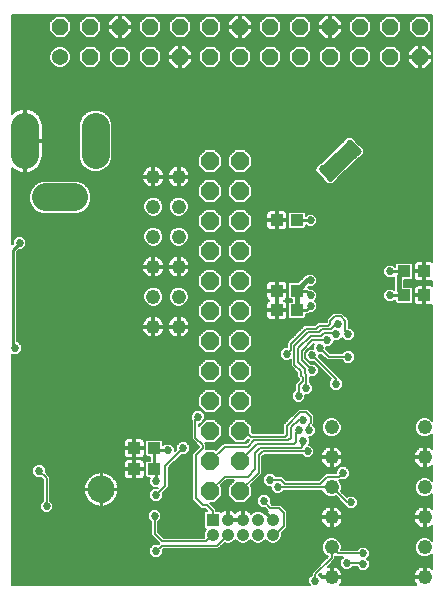
<source format=gbl>
G75*
G70*
%OFA0B0*%
%FSLAX24Y24*%
%IPPOS*%
%LPD*%
%AMOC8*
5,1,8,0,0,1.08239X$1,22.5*
%
%ADD10C,0.0540*%
%ADD11OC8,0.0540*%
%ADD12R,0.0433X0.0394*%
%ADD13R,0.0420X0.0420*%
%ADD14C,0.0420*%
%ADD15C,0.0480*%
%ADD16OC8,0.0600*%
%ADD17C,0.0945*%
%ADD18C,0.0270*%
%ADD19C,0.0060*%
%ADD20C,0.0900*%
%ADD21C,0.0100*%
%ADD22C,0.0160*%
D10*
X002200Y018200D03*
D11*
X002200Y019200D03*
X003200Y019200D03*
X003200Y018200D03*
X004200Y018200D03*
X004200Y019200D03*
X005200Y019200D03*
X005200Y018200D03*
X006200Y018200D03*
X006200Y019200D03*
X007200Y019200D03*
X007200Y018200D03*
X008200Y018200D03*
X008200Y019200D03*
X009200Y019200D03*
X009200Y018200D03*
X010200Y018200D03*
X010200Y019200D03*
X011200Y019200D03*
X011200Y018200D03*
X012200Y018200D03*
X012200Y019200D03*
X013200Y019200D03*
X013200Y018200D03*
X014200Y018200D03*
X014200Y019200D03*
D12*
X010085Y012750D03*
X009415Y012750D03*
X009415Y010400D03*
X009415Y009750D03*
X010085Y009750D03*
X010085Y010400D03*
X013665Y010250D03*
X013665Y011050D03*
X014335Y011050D03*
X014335Y010250D03*
X005335Y005150D03*
X005335Y004450D03*
X004665Y004450D03*
X004665Y005150D03*
D13*
X007290Y002770D03*
D14*
X007290Y002270D03*
X007790Y002270D03*
X007790Y002770D03*
X008290Y002770D03*
X008290Y002270D03*
X008790Y002270D03*
X008790Y002770D03*
X009290Y002770D03*
X009290Y002270D03*
D15*
X011250Y001850D03*
X011250Y000850D03*
X011250Y002850D03*
X011250Y003850D03*
X011250Y004850D03*
X011250Y005850D03*
X014350Y005850D03*
X014350Y004850D03*
X014350Y003850D03*
X014350Y002850D03*
X014350Y001850D03*
X014350Y000850D03*
X006150Y009200D03*
X006150Y010200D03*
X006150Y011200D03*
X006150Y012200D03*
X006150Y013200D03*
X006150Y014200D03*
X005300Y014200D03*
X005300Y013200D03*
X005300Y012200D03*
X005300Y011200D03*
X005300Y010200D03*
X005300Y009200D03*
D16*
X007200Y008720D03*
X007200Y007720D03*
X007200Y006720D03*
X007200Y005720D03*
X007200Y004720D03*
X007200Y003720D03*
X008200Y003720D03*
X008200Y004720D03*
X008200Y005720D03*
X008200Y006720D03*
X008200Y007720D03*
X008200Y008720D03*
X008200Y009720D03*
X008200Y010720D03*
X008200Y011720D03*
X008200Y012720D03*
X008200Y013720D03*
X008200Y014720D03*
X007200Y014720D03*
X007200Y013720D03*
X007200Y012720D03*
X007200Y011720D03*
X007200Y010720D03*
X007200Y009720D03*
D17*
X003381Y014928D02*
X003381Y015872D01*
X002672Y013510D02*
X001728Y013510D01*
X001019Y014928D02*
X001019Y015872D01*
D18*
X000850Y012000D03*
X001600Y012020D03*
X002550Y010500D03*
X001500Y009850D03*
X001600Y008800D03*
X000700Y008500D03*
X001500Y006350D03*
X001500Y004400D03*
X001750Y003210D03*
X001250Y001200D03*
X005400Y001720D03*
X005350Y002900D03*
X005400Y003600D03*
X005400Y004050D03*
X005790Y005080D03*
X006300Y005160D03*
X006800Y006200D03*
X009000Y003400D03*
X009450Y003850D03*
X009200Y004100D03*
X010300Y005400D03*
X010450Y005050D03*
X010500Y005750D03*
X010300Y006100D03*
X010150Y005750D03*
X010150Y006900D03*
X010400Y007150D03*
X010600Y007750D03*
X010600Y008250D03*
X010850Y008500D03*
X011100Y008750D03*
X011400Y008950D03*
X011450Y009300D03*
X011800Y008950D03*
X011800Y008200D03*
X012100Y007290D03*
X011400Y007300D03*
X011050Y007300D03*
X009750Y008300D03*
X010550Y009500D03*
X010550Y009900D03*
X010550Y010250D03*
X010550Y010750D03*
X010550Y012750D03*
X010550Y013500D03*
X011200Y014200D03*
X010950Y014450D03*
X011850Y015300D03*
X012100Y015050D03*
X013200Y014500D03*
X013850Y015400D03*
X013850Y015750D03*
X013200Y013250D03*
X013200Y011750D03*
X013200Y011050D03*
X013200Y010700D03*
X013200Y010250D03*
X012700Y007950D03*
X013200Y005300D03*
X011620Y004320D03*
X011900Y003350D03*
X012300Y001650D03*
X012300Y001300D03*
X011750Y001320D03*
X010700Y000740D03*
X013850Y002200D03*
X004770Y012370D03*
X003910Y009960D03*
X004050Y007600D03*
X008450Y016450D03*
X008450Y016800D03*
X005500Y017000D03*
D19*
X000600Y008282D02*
X000600Y000600D01*
X010522Y000600D01*
X010475Y000647D01*
X010475Y000833D01*
X010580Y000938D01*
X010580Y001000D01*
X010650Y001070D01*
X011125Y001545D01*
X011063Y001570D01*
X010970Y001663D01*
X010920Y001784D01*
X010920Y001916D01*
X010970Y002037D01*
X011063Y002130D01*
X011184Y002180D01*
X011316Y002180D01*
X011437Y002130D01*
X011530Y002037D01*
X011580Y001916D01*
X011580Y001784D01*
X011574Y001770D01*
X012102Y001770D01*
X012207Y001875D01*
X012393Y001875D01*
X012525Y001743D01*
X012525Y001557D01*
X012443Y001475D01*
X012525Y001393D01*
X012525Y001207D01*
X012393Y001075D01*
X012207Y001075D01*
X012082Y001200D01*
X011948Y001200D01*
X011843Y001095D01*
X011657Y001095D01*
X011525Y001227D01*
X011525Y001413D01*
X011642Y001530D01*
X011400Y001530D01*
X011383Y001548D01*
X011370Y001543D01*
X011370Y001450D01*
X011114Y001194D01*
X011142Y001206D01*
X011214Y001220D01*
X011220Y001220D01*
X011220Y000880D01*
X011280Y000880D01*
X011280Y001220D01*
X011286Y001220D01*
X011358Y001206D01*
X011425Y001178D01*
X011486Y001137D01*
X011537Y001086D01*
X011578Y001025D01*
X011606Y000958D01*
X011620Y000886D01*
X011620Y000880D01*
X011280Y000880D01*
X011280Y000820D01*
X011620Y000820D01*
X011620Y000814D01*
X011606Y000742D01*
X011578Y000675D01*
X011537Y000614D01*
X011523Y000600D01*
X014077Y000600D01*
X014063Y000614D01*
X014022Y000675D01*
X013994Y000742D01*
X013980Y000814D01*
X013980Y000820D01*
X014320Y000820D01*
X014320Y000880D01*
X014320Y001220D01*
X014314Y001220D01*
X014242Y001206D01*
X014175Y001178D01*
X014114Y001137D01*
X014063Y001086D01*
X014022Y001025D01*
X013994Y000958D01*
X013980Y000886D01*
X013980Y000880D01*
X014320Y000880D01*
X014380Y000880D01*
X014380Y001220D01*
X014386Y001220D01*
X014458Y001206D01*
X014525Y001178D01*
X014586Y001137D01*
X014600Y001123D01*
X014600Y001633D01*
X014537Y001570D01*
X014416Y001520D01*
X014284Y001520D01*
X014163Y001570D01*
X014070Y001663D01*
X014020Y001784D01*
X014020Y001916D01*
X014070Y002037D01*
X014163Y002130D01*
X014284Y002180D01*
X014416Y002180D01*
X014537Y002130D01*
X014600Y002067D01*
X014600Y002577D01*
X014586Y002563D01*
X014525Y002522D01*
X014458Y002494D01*
X014386Y002480D01*
X014380Y002480D01*
X014380Y002820D01*
X014320Y002820D01*
X014320Y002480D01*
X014314Y002480D01*
X014242Y002494D01*
X014175Y002522D01*
X014114Y002563D01*
X014063Y002614D01*
X014022Y002675D01*
X013994Y002742D01*
X013980Y002814D01*
X013980Y002820D01*
X014320Y002820D01*
X014320Y002880D01*
X014320Y003220D01*
X014314Y003220D01*
X014242Y003206D01*
X014175Y003178D01*
X014114Y003137D01*
X014063Y003086D01*
X014022Y003025D01*
X011578Y003025D01*
X011537Y003086D01*
X011486Y003137D01*
X011425Y003178D01*
X011358Y003206D01*
X011286Y003220D01*
X011280Y003220D01*
X011280Y002880D01*
X011620Y002880D01*
X011620Y002886D01*
X011606Y002958D01*
X011578Y003025D01*
X011602Y002967D02*
X013998Y002967D01*
X013994Y002958D02*
X013980Y002886D01*
X013980Y002880D01*
X014320Y002880D01*
X014380Y002880D01*
X014380Y003220D01*
X014386Y003220D01*
X014458Y003206D01*
X014525Y003178D01*
X014586Y003137D01*
X014600Y003123D01*
X014600Y003633D01*
X014537Y003570D01*
X014416Y003520D01*
X014284Y003520D01*
X014163Y003570D01*
X014070Y003663D01*
X014020Y003784D01*
X014020Y003916D01*
X014070Y004037D01*
X014163Y004130D01*
X014284Y004180D01*
X014416Y004180D01*
X014537Y004130D01*
X014600Y004067D01*
X014600Y004577D01*
X014586Y004563D01*
X014525Y004522D01*
X014458Y004494D01*
X014386Y004480D01*
X014380Y004480D01*
X014380Y004820D01*
X014320Y004820D01*
X014320Y004480D01*
X014314Y004480D01*
X014242Y004494D01*
X014175Y004522D01*
X014114Y004563D01*
X014063Y004614D01*
X014022Y004675D01*
X013994Y004742D01*
X013980Y004814D01*
X013980Y004820D01*
X014320Y004820D01*
X014320Y004880D01*
X014320Y005220D01*
X014314Y005220D01*
X014242Y005206D01*
X014175Y005178D01*
X014114Y005137D01*
X014063Y005086D01*
X014022Y005025D01*
X013994Y004958D01*
X013980Y004886D01*
X013980Y004880D01*
X014320Y004880D01*
X014380Y004880D01*
X014380Y005220D01*
X014386Y005220D01*
X014458Y005206D01*
X014525Y005178D01*
X014586Y005137D01*
X014600Y005123D01*
X014600Y005633D01*
X014537Y005570D01*
X014416Y005520D01*
X014284Y005520D01*
X014163Y005570D01*
X014070Y005663D01*
X014020Y005784D01*
X014020Y005916D01*
X014070Y006037D01*
X014163Y006130D01*
X014284Y006180D01*
X014416Y006180D01*
X014537Y006130D01*
X014600Y006067D01*
X014600Y006067D01*
X014600Y009932D01*
X014568Y009923D01*
X014365Y009923D01*
X014365Y010220D01*
X014305Y010220D01*
X014305Y009923D01*
X014101Y009923D01*
X014068Y009932D01*
X014038Y009949D01*
X014014Y009973D01*
X013997Y010003D01*
X013988Y010036D01*
X013988Y010220D01*
X014305Y010220D01*
X014305Y010280D01*
X014305Y010577D01*
X014101Y010577D01*
X014068Y010568D01*
X014038Y010551D01*
X014014Y010527D01*
X013997Y010497D01*
X013988Y010464D01*
X013988Y010280D01*
X014305Y010280D01*
X014365Y010280D01*
X014365Y010577D01*
X014568Y010577D01*
X014600Y010568D01*
X014600Y010732D01*
X014568Y010723D01*
X014365Y010723D01*
X014365Y011020D01*
X014305Y011020D01*
X014305Y010723D01*
X014101Y010723D01*
X014068Y010732D01*
X014038Y010749D01*
X014014Y010773D01*
X013997Y010803D01*
X013988Y010836D01*
X013988Y011020D01*
X014305Y011020D01*
X014305Y011080D01*
X014305Y011377D01*
X014101Y011377D01*
X014068Y011368D01*
X014038Y011351D01*
X014014Y011327D01*
X013997Y011297D01*
X013988Y011264D01*
X013988Y011080D01*
X014305Y011080D01*
X014365Y011080D01*
X014365Y011377D01*
X014568Y011377D01*
X014600Y011368D01*
X014600Y019600D01*
X000600Y019600D01*
X000600Y016306D01*
X000626Y016332D01*
X000703Y016388D01*
X000788Y016431D01*
X000878Y016460D01*
X000971Y016475D01*
X000989Y016475D01*
X000989Y015430D01*
X001049Y015430D01*
X001621Y015430D01*
X001621Y015920D01*
X001607Y016014D01*
X001577Y016104D01*
X001534Y016188D01*
X001478Y016265D01*
X001411Y016332D01*
X001335Y016388D01*
X001250Y016431D01*
X001160Y016460D01*
X001066Y016475D01*
X001049Y016475D01*
X001049Y015430D01*
X001049Y015370D01*
X001621Y015370D01*
X001621Y014880D01*
X001607Y014786D01*
X001577Y014696D01*
X001534Y014612D01*
X001478Y014535D01*
X001411Y014468D01*
X001335Y014412D01*
X001250Y014369D01*
X001160Y014340D01*
X001066Y014325D01*
X001049Y014325D01*
X001049Y015370D01*
X000989Y015370D01*
X000989Y014325D01*
X000971Y014325D01*
X000878Y014340D01*
X000788Y014369D01*
X000703Y014412D01*
X000626Y014468D01*
X000600Y014494D01*
X000600Y011948D01*
X000625Y011973D01*
X000625Y012093D01*
X000757Y012225D01*
X000943Y012225D01*
X001075Y012093D01*
X001075Y011907D01*
X000943Y011775D01*
X000823Y011775D01*
X000760Y011712D01*
X000760Y008725D01*
X000793Y008725D01*
X000925Y008593D01*
X000925Y008407D01*
X006961Y008407D01*
X006903Y008466D02*
X000925Y008466D01*
X000925Y008524D02*
X006844Y008524D01*
X006810Y008558D02*
X006810Y008882D01*
X007038Y009110D01*
X007362Y009110D01*
X007590Y008882D01*
X007590Y008558D01*
X007362Y008330D01*
X007038Y008330D01*
X006810Y008558D01*
X006810Y008583D02*
X000925Y008583D01*
X000877Y008641D02*
X006810Y008641D01*
X006810Y008700D02*
X000819Y008700D01*
X000760Y008758D02*
X006810Y008758D01*
X006810Y008817D02*
X000760Y008817D01*
X000760Y008875D02*
X005120Y008875D01*
X005125Y008872D02*
X005192Y008844D01*
X005264Y008830D01*
X005270Y008830D01*
X005270Y009170D01*
X005330Y009170D01*
X005330Y009230D01*
X005670Y009230D01*
X005670Y009236D01*
X005656Y009308D01*
X005628Y009375D01*
X005587Y009436D01*
X005536Y009487D01*
X005475Y009528D01*
X005408Y009556D01*
X005336Y009570D01*
X005330Y009570D01*
X005330Y009230D01*
X005270Y009230D01*
X005270Y009570D01*
X005264Y009570D01*
X005192Y009556D01*
X005125Y009528D01*
X005064Y009487D01*
X005013Y009436D01*
X004972Y009375D01*
X004944Y009308D01*
X004930Y009236D01*
X004930Y009230D01*
X005270Y009230D01*
X005270Y009170D01*
X004930Y009170D01*
X004930Y009164D01*
X004944Y009092D01*
X004972Y009025D01*
X005013Y008964D01*
X005064Y008913D01*
X005125Y008872D01*
X005043Y008934D02*
X000760Y008934D01*
X000760Y008992D02*
X004994Y008992D01*
X004961Y009051D02*
X000760Y009051D01*
X000760Y009109D02*
X004941Y009109D01*
X004930Y009168D02*
X000760Y009168D01*
X000760Y009226D02*
X005270Y009226D01*
X005270Y009168D02*
X005330Y009168D01*
X005330Y009170D02*
X005330Y008830D01*
X005336Y008830D01*
X005408Y008844D01*
X005475Y008872D01*
X005536Y008913D01*
X005587Y008964D01*
X005628Y009025D01*
X005656Y009092D01*
X005670Y009164D01*
X005670Y009170D01*
X005330Y009170D01*
X005330Y009226D02*
X006120Y009226D01*
X006120Y009230D02*
X006120Y009170D01*
X006180Y009170D01*
X006180Y009230D01*
X006520Y009230D01*
X006520Y009236D01*
X006506Y009308D01*
X006478Y009375D01*
X006437Y009436D01*
X006386Y009487D01*
X006325Y009528D01*
X006258Y009556D01*
X006186Y009570D01*
X006180Y009570D01*
X006180Y009230D01*
X006120Y009230D01*
X006120Y009570D01*
X006114Y009570D01*
X006042Y009556D01*
X005975Y009528D01*
X005914Y009487D01*
X005863Y009436D01*
X005822Y009375D01*
X005794Y009308D01*
X005780Y009236D01*
X005780Y009230D01*
X006120Y009230D01*
X006120Y009285D02*
X006180Y009285D01*
X006180Y009343D02*
X006120Y009343D01*
X006120Y009402D02*
X006180Y009402D01*
X006180Y009460D02*
X006120Y009460D01*
X006120Y009519D02*
X006180Y009519D01*
X006339Y009519D02*
X006850Y009519D01*
X006810Y009558D02*
X006810Y009882D01*
X007038Y010110D01*
X007362Y010110D01*
X007590Y009882D01*
X007590Y009558D01*
X007362Y009330D01*
X007038Y009330D01*
X006810Y009558D01*
X006810Y009577D02*
X000760Y009577D01*
X000760Y009519D02*
X005111Y009519D01*
X005037Y009460D02*
X000760Y009460D01*
X000760Y009402D02*
X004990Y009402D01*
X004959Y009343D02*
X000760Y009343D01*
X000760Y009285D02*
X004940Y009285D01*
X005270Y009285D02*
X005330Y009285D01*
X005330Y009343D02*
X005270Y009343D01*
X005270Y009402D02*
X005330Y009402D01*
X005330Y009460D02*
X005270Y009460D01*
X005270Y009519D02*
X005330Y009519D01*
X005489Y009519D02*
X005961Y009519D01*
X005887Y009460D02*
X005563Y009460D01*
X005610Y009402D02*
X005840Y009402D01*
X005809Y009343D02*
X005641Y009343D01*
X005660Y009285D02*
X005790Y009285D01*
X005780Y009170D02*
X005780Y009164D01*
X005794Y009092D01*
X005822Y009025D01*
X005863Y008964D01*
X005914Y008913D01*
X005975Y008872D01*
X006042Y008844D01*
X006114Y008830D01*
X006120Y008830D01*
X006120Y009170D01*
X005780Y009170D01*
X005780Y009168D02*
X005670Y009168D01*
X005659Y009109D02*
X005791Y009109D01*
X005811Y009051D02*
X005639Y009051D01*
X005606Y008992D02*
X005844Y008992D01*
X005893Y008934D02*
X005557Y008934D01*
X005480Y008875D02*
X005970Y008875D01*
X006120Y008875D02*
X006180Y008875D01*
X006180Y008830D02*
X006186Y008830D01*
X006258Y008844D01*
X006325Y008872D01*
X006386Y008913D01*
X006437Y008964D01*
X006478Y009025D01*
X006506Y009092D01*
X006520Y009164D01*
X006520Y009170D01*
X006180Y009170D01*
X006180Y008830D01*
X006180Y008934D02*
X006120Y008934D01*
X006120Y008992D02*
X006180Y008992D01*
X006180Y009051D02*
X006120Y009051D01*
X006120Y009109D02*
X006180Y009109D01*
X006180Y009168D02*
X006120Y009168D01*
X006180Y009226D02*
X010306Y009226D01*
X010340Y009260D02*
X010270Y009190D01*
X009770Y008690D01*
X009770Y008525D01*
X009657Y008525D01*
X009525Y008393D01*
X009525Y008207D01*
X009657Y008075D01*
X009843Y008075D01*
X009890Y008122D01*
X009890Y007890D01*
X009960Y007820D01*
X010110Y007670D01*
X010110Y007520D01*
X010160Y007470D01*
X010160Y007430D01*
X010030Y007300D01*
X010030Y007098D01*
X009925Y006993D01*
X009925Y006807D01*
X010057Y006675D01*
X010243Y006675D01*
X010375Y006807D01*
X010375Y006925D01*
X010493Y006925D01*
X010625Y007057D01*
X010625Y007243D01*
X010520Y007348D01*
X010520Y007525D01*
X010693Y007525D01*
X010825Y007657D01*
X010825Y007843D01*
X010693Y007975D01*
X010545Y007975D01*
X010370Y008150D01*
X010370Y008350D01*
X010650Y008630D01*
X010662Y008630D01*
X010625Y008593D01*
X010625Y008475D01*
X010507Y008475D01*
X010375Y008343D01*
X010375Y008157D01*
X010507Y008025D01*
X010655Y008025D01*
X011231Y007449D01*
X011175Y007393D01*
X011175Y007207D01*
X011307Y007075D01*
X011493Y007075D01*
X011625Y007207D01*
X011625Y007393D01*
X011520Y007498D01*
X011520Y007500D01*
X011450Y007570D01*
X010825Y008195D01*
X010825Y008275D01*
X010905Y008275D01*
X011100Y008080D01*
X011602Y008080D01*
X011707Y007975D01*
X011893Y007975D01*
X012025Y008107D01*
X012025Y008293D01*
X011893Y008425D01*
X011707Y008425D01*
X011602Y008320D01*
X011200Y008320D01*
X011075Y008445D01*
X011075Y008525D01*
X011193Y008525D01*
X011325Y008657D01*
X011325Y008725D01*
X011493Y008725D01*
X011600Y008832D01*
X011707Y008725D01*
X011893Y008725D01*
X012025Y008857D01*
X012025Y009043D01*
X011893Y009175D01*
X011820Y009175D01*
X011820Y009450D01*
X011670Y009600D01*
X011600Y009670D01*
X011300Y009670D01*
X011150Y009520D01*
X011080Y009450D01*
X011080Y009360D01*
X010790Y009360D01*
X010720Y009290D01*
X010720Y009290D01*
X010690Y009260D01*
X010340Y009260D01*
X010390Y009140D02*
X010740Y009140D01*
X010840Y009240D01*
X011140Y009240D01*
X011200Y009300D01*
X011200Y009400D01*
X011350Y009550D01*
X011550Y009550D01*
X011700Y009400D01*
X011700Y009050D01*
X011800Y008950D01*
X011800Y009000D01*
X011850Y009000D01*
X011959Y009109D02*
X014600Y009109D01*
X014600Y009051D02*
X012018Y009051D01*
X012025Y008992D02*
X014600Y008992D01*
X014600Y008934D02*
X012025Y008934D01*
X012025Y008875D02*
X014600Y008875D01*
X014600Y008817D02*
X011985Y008817D01*
X011926Y008758D02*
X014600Y008758D01*
X014600Y008700D02*
X011325Y008700D01*
X011309Y008641D02*
X014600Y008641D01*
X014600Y008583D02*
X011251Y008583D01*
X011113Y008407D02*
X011689Y008407D01*
X011630Y008349D02*
X011171Y008349D01*
X011150Y008200D02*
X010850Y008500D01*
X011075Y008524D02*
X014600Y008524D01*
X014600Y008466D02*
X011075Y008466D01*
X010949Y008232D02*
X010825Y008232D01*
X010847Y008173D02*
X011007Y008173D01*
X011066Y008115D02*
X010905Y008115D01*
X010964Y008056D02*
X011626Y008056D01*
X011684Y007998D02*
X011022Y007998D01*
X011081Y007939D02*
X014600Y007939D01*
X014600Y007881D02*
X011139Y007881D01*
X011198Y007822D02*
X014600Y007822D01*
X014600Y007764D02*
X011256Y007764D01*
X011315Y007705D02*
X014600Y007705D01*
X014600Y007647D02*
X011373Y007647D01*
X011432Y007588D02*
X014600Y007588D01*
X014600Y007530D02*
X011490Y007530D01*
X011547Y007471D02*
X014600Y007471D01*
X014600Y007413D02*
X011606Y007413D01*
X011625Y007354D02*
X014600Y007354D01*
X014600Y007296D02*
X011625Y007296D01*
X011625Y007237D02*
X014600Y007237D01*
X014600Y007179D02*
X011597Y007179D01*
X011538Y007120D02*
X014600Y007120D01*
X014600Y007062D02*
X010625Y007062D01*
X010625Y007120D02*
X011262Y007120D01*
X011203Y007179D02*
X010625Y007179D01*
X010625Y007237D02*
X011175Y007237D01*
X011175Y007296D02*
X010573Y007296D01*
X010520Y007354D02*
X011175Y007354D01*
X011194Y007413D02*
X010520Y007413D01*
X010520Y007471D02*
X011209Y007471D01*
X011151Y007530D02*
X010698Y007530D01*
X010756Y007588D02*
X011092Y007588D01*
X011034Y007647D02*
X010815Y007647D01*
X010825Y007705D02*
X010975Y007705D01*
X010917Y007764D02*
X010825Y007764D01*
X010825Y007822D02*
X010858Y007822D01*
X010800Y007881D02*
X010788Y007881D01*
X010741Y007939D02*
X010729Y007939D01*
X010683Y007998D02*
X010522Y007998D01*
X010476Y008056D02*
X010464Y008056D01*
X010417Y008115D02*
X010405Y008115D01*
X010375Y008173D02*
X010370Y008173D01*
X010370Y008232D02*
X010375Y008232D01*
X010370Y008290D02*
X010375Y008290D01*
X010370Y008349D02*
X010380Y008349D01*
X010427Y008407D02*
X010439Y008407D01*
X010485Y008466D02*
X010497Y008466D01*
X010544Y008524D02*
X010625Y008524D01*
X010625Y008583D02*
X010602Y008583D01*
X010600Y008750D02*
X011100Y008750D01*
X010900Y008900D02*
X011000Y009000D01*
X011350Y009000D01*
X011400Y008950D01*
X011585Y008817D02*
X011615Y008817D01*
X011674Y008758D02*
X011526Y008758D01*
X011220Y009120D02*
X011400Y009300D01*
X011450Y009300D01*
X011693Y009577D02*
X014600Y009577D01*
X014600Y009519D02*
X011751Y009519D01*
X011810Y009460D02*
X014600Y009460D01*
X014600Y009402D02*
X011820Y009402D01*
X011820Y009343D02*
X014600Y009343D01*
X014600Y009285D02*
X011820Y009285D01*
X011820Y009226D02*
X014600Y009226D01*
X014600Y009168D02*
X011901Y009168D01*
X011634Y009636D02*
X014600Y009636D01*
X014600Y009694D02*
X010662Y009694D01*
X010643Y009675D02*
X010775Y009807D01*
X010775Y009993D01*
X010693Y010075D01*
X010775Y010157D01*
X010775Y010343D01*
X010643Y010475D01*
X010523Y010475D01*
X010473Y010525D01*
X010643Y010525D01*
X010775Y010657D01*
X010775Y010843D01*
X010643Y010975D01*
X010457Y010975D01*
X010402Y010920D01*
X010364Y010920D01*
X010131Y010687D01*
X009831Y010687D01*
X009778Y010634D01*
X009778Y010166D01*
X009831Y010113D01*
X009915Y010113D01*
X009915Y010037D01*
X009831Y010037D01*
X009778Y009984D01*
X009778Y009516D01*
X009831Y009463D01*
X010338Y009463D01*
X010391Y009516D01*
X010391Y009610D01*
X010458Y009610D01*
X010523Y009675D01*
X010643Y009675D01*
X010721Y009753D02*
X014600Y009753D01*
X014600Y009811D02*
X010775Y009811D01*
X010775Y009870D02*
X014600Y009870D01*
X014600Y009928D02*
X014587Y009928D01*
X014365Y009928D02*
X014305Y009928D01*
X014305Y009987D02*
X014365Y009987D01*
X014365Y010045D02*
X014305Y010045D01*
X014305Y010104D02*
X014365Y010104D01*
X014365Y010162D02*
X014305Y010162D01*
X014305Y010221D02*
X013972Y010221D01*
X013972Y010279D02*
X014305Y010279D01*
X014305Y010338D02*
X014365Y010338D01*
X014365Y010396D02*
X014305Y010396D01*
X014305Y010455D02*
X014365Y010455D01*
X014365Y010513D02*
X014305Y010513D01*
X014305Y010572D02*
X014365Y010572D01*
X014365Y010747D02*
X014305Y010747D01*
X014305Y010806D02*
X014365Y010806D01*
X014365Y010864D02*
X014305Y010864D01*
X014305Y010923D02*
X014365Y010923D01*
X014365Y010981D02*
X014305Y010981D01*
X014305Y011040D02*
X013972Y011040D01*
X013972Y011098D02*
X013988Y011098D01*
X013988Y011157D02*
X013972Y011157D01*
X013972Y011215D02*
X013988Y011215D01*
X013991Y011274D02*
X013972Y011274D01*
X013972Y011284D02*
X013919Y011337D01*
X013412Y011337D01*
X013359Y011284D01*
X013359Y011209D01*
X013293Y011275D01*
X013107Y011275D01*
X012975Y011143D01*
X012975Y010957D01*
X013107Y010825D01*
X013293Y010825D01*
X013330Y010862D01*
X013330Y010438D01*
X013293Y010475D01*
X013107Y010475D01*
X012975Y010343D01*
X012975Y010157D01*
X013107Y010025D01*
X013293Y010025D01*
X013359Y010091D01*
X013359Y010016D01*
X013412Y009963D01*
X013919Y009963D01*
X013972Y010016D01*
X013972Y010484D01*
X013919Y010537D01*
X013670Y010537D01*
X013670Y010763D01*
X013919Y010763D01*
X013972Y010816D01*
X013972Y011284D01*
X013924Y011332D02*
X014019Y011332D01*
X014305Y011332D02*
X014365Y011332D01*
X014365Y011274D02*
X014305Y011274D01*
X014305Y011215D02*
X014365Y011215D01*
X014365Y011157D02*
X014305Y011157D01*
X014305Y011098D02*
X014365Y011098D01*
X014600Y011391D02*
X008422Y011391D01*
X008481Y011449D02*
X014600Y011449D01*
X014600Y011508D02*
X008539Y011508D01*
X008590Y011558D02*
X008362Y011330D01*
X008038Y011330D01*
X007810Y011558D01*
X007810Y011882D01*
X008038Y012110D01*
X008362Y012110D01*
X008590Y011882D01*
X008590Y011558D01*
X008590Y011566D02*
X014600Y011566D01*
X014600Y011625D02*
X008590Y011625D01*
X008590Y011683D02*
X014600Y011683D01*
X014600Y011742D02*
X008590Y011742D01*
X008590Y011800D02*
X014600Y011800D01*
X014600Y011859D02*
X008590Y011859D01*
X008554Y011917D02*
X014600Y011917D01*
X014600Y011976D02*
X008496Y011976D01*
X008437Y012034D02*
X014600Y012034D01*
X014600Y012093D02*
X008379Y012093D01*
X008362Y012330D02*
X008590Y012558D01*
X008590Y012882D01*
X008362Y013110D01*
X008038Y013110D01*
X007810Y012882D01*
X007810Y012558D01*
X008038Y012330D01*
X008362Y012330D01*
X008417Y012385D02*
X014600Y012385D01*
X014600Y012327D02*
X006455Y012327D01*
X006431Y012385D02*
X006983Y012385D01*
X007038Y012330D02*
X006810Y012558D01*
X006810Y012882D01*
X007038Y013110D01*
X007362Y013110D01*
X007590Y012882D01*
X007590Y012558D01*
X007362Y012330D01*
X007038Y012330D01*
X006925Y012444D02*
X006373Y012444D01*
X006337Y012480D02*
X006216Y012530D01*
X006084Y012530D01*
X005963Y012480D01*
X005870Y012387D01*
X005820Y012266D01*
X005820Y012134D01*
X005870Y012013D01*
X005963Y011920D01*
X006084Y011870D01*
X006216Y011870D01*
X006337Y011920D01*
X006430Y012013D01*
X006480Y012134D01*
X006480Y012266D01*
X006430Y012387D01*
X006337Y012480D01*
X006283Y012502D02*
X006866Y012502D01*
X006810Y012561D02*
X000600Y012561D01*
X000600Y012619D02*
X006810Y012619D01*
X006810Y012678D02*
X000600Y012678D01*
X000600Y012736D02*
X006810Y012736D01*
X006810Y012795D02*
X000600Y012795D01*
X000600Y012853D02*
X006810Y012853D01*
X006840Y012912D02*
X006316Y012912D01*
X006337Y012920D02*
X006430Y013013D01*
X006480Y013134D01*
X006480Y013266D01*
X006430Y013387D01*
X006337Y013480D01*
X006216Y013530D01*
X006084Y013530D01*
X005963Y013480D01*
X005870Y013387D01*
X005820Y013266D01*
X005820Y013134D01*
X005870Y013013D01*
X005963Y012920D01*
X006084Y012870D01*
X006216Y012870D01*
X006337Y012920D01*
X006387Y012970D02*
X006899Y012970D01*
X006957Y013029D02*
X006436Y013029D01*
X006460Y013087D02*
X007016Y013087D01*
X007038Y013330D02*
X007362Y013330D01*
X007590Y013558D01*
X007590Y013882D01*
X007362Y014110D01*
X007038Y014110D01*
X006810Y013882D01*
X006810Y013558D01*
X007038Y013330D01*
X006989Y013380D02*
X006433Y013380D01*
X006457Y013321D02*
X014600Y013321D01*
X014600Y013263D02*
X006480Y013263D01*
X006480Y013204D02*
X014600Y013204D01*
X014600Y013146D02*
X006480Y013146D01*
X006379Y013438D02*
X006930Y013438D01*
X006872Y013497D02*
X006296Y013497D01*
X006004Y013497D02*
X005446Y013497D01*
X005487Y013480D02*
X005366Y013530D01*
X005234Y013530D01*
X005113Y013480D01*
X005020Y013387D01*
X004970Y013266D01*
X004970Y013134D01*
X005020Y013013D01*
X005113Y012920D01*
X005234Y012870D01*
X005366Y012870D01*
X005487Y012920D01*
X005580Y013013D01*
X005630Y013134D01*
X005630Y013266D01*
X005580Y013387D01*
X005487Y013480D01*
X005529Y013438D02*
X005921Y013438D01*
X005867Y013380D02*
X005583Y013380D01*
X005607Y013321D02*
X005843Y013321D01*
X005820Y013263D02*
X005630Y013263D01*
X005630Y013204D02*
X005820Y013204D01*
X005820Y013146D02*
X005630Y013146D01*
X005610Y013087D02*
X005840Y013087D01*
X005864Y013029D02*
X005586Y013029D01*
X005537Y012970D02*
X005913Y012970D01*
X005984Y012912D02*
X005466Y012912D01*
X005366Y012530D02*
X005234Y012530D01*
X005113Y012480D01*
X005020Y012387D01*
X004970Y012266D01*
X004970Y012134D01*
X005020Y012013D01*
X005113Y011920D01*
X005234Y011870D01*
X005366Y011870D01*
X005487Y011920D01*
X005580Y012013D01*
X005630Y012134D01*
X005630Y012266D01*
X005580Y012387D01*
X005487Y012480D01*
X005366Y012530D01*
X005433Y012502D02*
X006017Y012502D01*
X005927Y012444D02*
X005523Y012444D01*
X005581Y012385D02*
X005869Y012385D01*
X005845Y012327D02*
X005605Y012327D01*
X005629Y012268D02*
X005821Y012268D01*
X005820Y012210D02*
X005630Y012210D01*
X005630Y012151D02*
X005820Y012151D01*
X005837Y012093D02*
X005613Y012093D01*
X005588Y012034D02*
X005862Y012034D01*
X005908Y011976D02*
X005542Y011976D01*
X005479Y011917D02*
X005971Y011917D01*
X006042Y011556D02*
X005975Y011528D01*
X005914Y011487D01*
X005863Y011436D01*
X005822Y011375D01*
X005794Y011308D01*
X005780Y011236D01*
X005780Y011230D01*
X006120Y011230D01*
X006120Y011570D01*
X006114Y011570D01*
X006042Y011556D01*
X006094Y011566D02*
X005356Y011566D01*
X005336Y011570D02*
X005330Y011570D01*
X005330Y011230D01*
X005670Y011230D01*
X005670Y011236D01*
X005656Y011308D01*
X005628Y011375D01*
X005587Y011436D01*
X005536Y011487D01*
X005475Y011528D01*
X005408Y011556D01*
X005336Y011570D01*
X005330Y011566D02*
X005270Y011566D01*
X005270Y011570D02*
X005264Y011570D01*
X005192Y011556D01*
X005125Y011528D01*
X005064Y011487D01*
X005013Y011436D01*
X004972Y011375D01*
X004944Y011308D01*
X004930Y011236D01*
X004930Y011230D01*
X005270Y011230D01*
X005270Y011570D01*
X005244Y011566D02*
X000760Y011566D01*
X000760Y011508D02*
X005094Y011508D01*
X005026Y011449D02*
X000760Y011449D01*
X000760Y011391D02*
X004982Y011391D01*
X004954Y011332D02*
X000760Y011332D01*
X000760Y011274D02*
X004937Y011274D01*
X004930Y011170D02*
X004930Y011164D01*
X004944Y011092D01*
X004972Y011025D01*
X005013Y010964D01*
X005064Y010913D01*
X005125Y010872D01*
X005192Y010844D01*
X005264Y010830D01*
X005270Y010830D01*
X005270Y011170D01*
X005330Y011170D01*
X005330Y011230D01*
X005270Y011230D01*
X005270Y011170D01*
X004930Y011170D01*
X004931Y011157D02*
X000760Y011157D01*
X000760Y011215D02*
X005270Y011215D01*
X005270Y011157D02*
X005330Y011157D01*
X005330Y011170D02*
X005330Y010830D01*
X005336Y010830D01*
X005408Y010844D01*
X005475Y010872D01*
X005536Y010913D01*
X005587Y010964D01*
X005628Y011025D01*
X005656Y011092D01*
X005670Y011164D01*
X005670Y011170D01*
X005330Y011170D01*
X005330Y011215D02*
X006120Y011215D01*
X006120Y011230D02*
X006120Y011170D01*
X006180Y011170D01*
X006180Y011230D01*
X006520Y011230D01*
X006520Y011236D01*
X006506Y011308D01*
X006478Y011375D01*
X006437Y011436D01*
X006386Y011487D01*
X006325Y011528D01*
X006258Y011556D01*
X006186Y011570D01*
X006180Y011570D01*
X006180Y011230D01*
X006120Y011230D01*
X006120Y011274D02*
X006180Y011274D01*
X006180Y011332D02*
X006120Y011332D01*
X006120Y011391D02*
X006180Y011391D01*
X006180Y011449D02*
X006120Y011449D01*
X006120Y011508D02*
X006180Y011508D01*
X006180Y011566D02*
X006120Y011566D01*
X006206Y011566D02*
X006810Y011566D01*
X006810Y011558D02*
X007038Y011330D01*
X007362Y011330D01*
X007590Y011558D01*
X007590Y011882D01*
X007362Y012110D01*
X007038Y012110D01*
X006810Y011882D01*
X006810Y011558D01*
X006810Y011625D02*
X000760Y011625D01*
X000760Y011683D02*
X006810Y011683D01*
X006810Y011742D02*
X000790Y011742D01*
X000968Y011800D02*
X006810Y011800D01*
X006810Y011859D02*
X001027Y011859D01*
X001075Y011917D02*
X005121Y011917D01*
X005058Y011976D02*
X001075Y011976D01*
X001075Y012034D02*
X005012Y012034D01*
X004987Y012093D02*
X001075Y012093D01*
X001017Y012151D02*
X004970Y012151D01*
X004970Y012210D02*
X000959Y012210D01*
X000741Y012210D02*
X000600Y012210D01*
X000600Y012268D02*
X004971Y012268D01*
X004995Y012327D02*
X000600Y012327D01*
X000600Y012385D02*
X005019Y012385D01*
X005077Y012444D02*
X000600Y012444D01*
X000600Y012502D02*
X005167Y012502D01*
X005134Y012912D02*
X000600Y012912D01*
X000600Y012970D02*
X001562Y012970D01*
X001616Y012948D02*
X002784Y012948D01*
X002991Y013033D01*
X003149Y013192D01*
X003235Y013398D01*
X003235Y013622D01*
X003149Y013829D01*
X002991Y013987D01*
X002784Y014073D01*
X001616Y014073D01*
X001409Y013987D01*
X001251Y013829D01*
X001165Y013622D01*
X001165Y013398D01*
X001251Y013192D01*
X001409Y013033D01*
X001616Y012948D01*
X001421Y013029D02*
X000600Y013029D01*
X000600Y013087D02*
X001355Y013087D01*
X001297Y013146D02*
X000600Y013146D01*
X000600Y013204D02*
X001246Y013204D01*
X001221Y013263D02*
X000600Y013263D01*
X000600Y013321D02*
X001197Y013321D01*
X001173Y013380D02*
X000600Y013380D01*
X000600Y013438D02*
X001165Y013438D01*
X001165Y013497D02*
X000600Y013497D01*
X000600Y013555D02*
X001165Y013555D01*
X001165Y013614D02*
X000600Y013614D01*
X000600Y013672D02*
X001186Y013672D01*
X001210Y013731D02*
X000600Y013731D01*
X000600Y013789D02*
X001234Y013789D01*
X001269Y013848D02*
X000600Y013848D01*
X000600Y013906D02*
X001328Y013906D01*
X001386Y013965D02*
X000600Y013965D01*
X000600Y014023D02*
X001496Y014023D01*
X001260Y014374D02*
X003248Y014374D01*
X003269Y014365D02*
X003493Y014365D01*
X003700Y014451D01*
X003858Y014609D01*
X003944Y014816D01*
X003944Y015984D01*
X003858Y016191D01*
X003700Y016349D01*
X003493Y016435D01*
X003269Y016435D01*
X003063Y016349D01*
X002904Y016191D01*
X002819Y015984D01*
X002819Y014816D01*
X002904Y014609D01*
X003063Y014451D01*
X003269Y014365D01*
X003106Y014433D02*
X001363Y014433D01*
X001434Y014491D02*
X003022Y014491D01*
X002964Y014550D02*
X001489Y014550D01*
X001531Y014608D02*
X002905Y014608D01*
X002880Y014667D02*
X001562Y014667D01*
X001587Y014725D02*
X002856Y014725D01*
X002832Y014784D02*
X001606Y014784D01*
X001615Y014842D02*
X002819Y014842D01*
X002819Y014901D02*
X001621Y014901D01*
X001621Y014959D02*
X002819Y014959D01*
X002819Y015018D02*
X001621Y015018D01*
X001621Y015076D02*
X002819Y015076D01*
X002819Y015135D02*
X001621Y015135D01*
X001621Y015193D02*
X002819Y015193D01*
X002819Y015252D02*
X001621Y015252D01*
X001621Y015310D02*
X002819Y015310D01*
X002819Y015369D02*
X001621Y015369D01*
X001621Y015486D02*
X002819Y015486D01*
X002819Y015544D02*
X001621Y015544D01*
X001621Y015603D02*
X002819Y015603D01*
X002819Y015661D02*
X001621Y015661D01*
X001621Y015720D02*
X002819Y015720D01*
X002819Y015778D02*
X001621Y015778D01*
X001621Y015837D02*
X002819Y015837D01*
X002819Y015895D02*
X001621Y015895D01*
X001616Y015954D02*
X002819Y015954D01*
X002830Y016012D02*
X001607Y016012D01*
X001588Y016071D02*
X002854Y016071D01*
X002879Y016129D02*
X001564Y016129D01*
X001534Y016188D02*
X002903Y016188D01*
X002959Y016246D02*
X001492Y016246D01*
X001439Y016305D02*
X003018Y016305D01*
X003096Y016363D02*
X001369Y016363D01*
X001268Y016422D02*
X003237Y016422D01*
X003525Y016422D02*
X014600Y016422D01*
X014600Y016480D02*
X000600Y016480D01*
X000600Y016422D02*
X000770Y016422D01*
X000669Y016363D02*
X000600Y016363D01*
X000600Y016539D02*
X014600Y016539D01*
X014600Y016597D02*
X000600Y016597D01*
X000600Y016656D02*
X014600Y016656D01*
X014600Y016714D02*
X000600Y016714D01*
X000600Y016773D02*
X014600Y016773D01*
X014600Y016831D02*
X000600Y016831D01*
X000600Y016890D02*
X014600Y016890D01*
X014600Y016948D02*
X000600Y016948D01*
X000600Y017007D02*
X014600Y017007D01*
X014600Y017065D02*
X000600Y017065D01*
X000600Y017124D02*
X014600Y017124D01*
X014600Y017182D02*
X000600Y017182D01*
X000600Y017241D02*
X014600Y017241D01*
X014600Y017299D02*
X000600Y017299D01*
X000600Y017358D02*
X014600Y017358D01*
X014600Y017416D02*
X000600Y017416D01*
X000600Y017475D02*
X014600Y017475D01*
X014600Y017533D02*
X000600Y017533D01*
X000600Y017592D02*
X014600Y017592D01*
X014600Y017650D02*
X000600Y017650D01*
X000600Y017709D02*
X014600Y017709D01*
X014600Y017767D02*
X000600Y017767D01*
X000600Y017826D02*
X006009Y017826D01*
X006034Y017800D02*
X006170Y017800D01*
X006170Y018170D01*
X006230Y018170D01*
X006230Y018230D01*
X006600Y018230D01*
X006600Y018366D01*
X006366Y018600D01*
X006230Y018600D01*
X006230Y018230D01*
X006170Y018230D01*
X006170Y018600D01*
X006034Y018600D01*
X005800Y018366D01*
X005800Y018230D01*
X006170Y018230D01*
X006170Y018170D01*
X005800Y018170D01*
X005800Y018034D01*
X006034Y017800D01*
X005950Y017884D02*
X005393Y017884D01*
X005349Y017840D02*
X005560Y018051D01*
X005560Y018349D01*
X005349Y018560D01*
X005051Y018560D01*
X004840Y018349D01*
X004840Y018051D01*
X005051Y017840D01*
X005349Y017840D01*
X005452Y017943D02*
X005892Y017943D01*
X005833Y018001D02*
X005510Y018001D01*
X005560Y018060D02*
X005800Y018060D01*
X005800Y018118D02*
X005560Y018118D01*
X005560Y018177D02*
X006170Y018177D01*
X006170Y018235D02*
X006230Y018235D01*
X006230Y018177D02*
X006840Y018177D01*
X006840Y018235D02*
X006600Y018235D01*
X006600Y018294D02*
X006840Y018294D01*
X006840Y018349D02*
X006840Y018051D01*
X007051Y017840D01*
X007349Y017840D01*
X007560Y018051D01*
X007560Y018349D01*
X007349Y018560D01*
X007051Y018560D01*
X006840Y018349D01*
X006843Y018352D02*
X006600Y018352D01*
X006555Y018411D02*
X006901Y018411D01*
X006960Y018469D02*
X006497Y018469D01*
X006438Y018528D02*
X007018Y018528D01*
X007051Y018840D02*
X007349Y018840D01*
X007560Y019051D01*
X007560Y019349D01*
X007349Y019560D01*
X007051Y019560D01*
X006840Y019349D01*
X006840Y019051D01*
X007051Y018840D01*
X007012Y018879D02*
X006388Y018879D01*
X006349Y018840D02*
X006560Y019051D01*
X006560Y019349D01*
X006349Y019560D01*
X006051Y019560D01*
X005840Y019349D01*
X005840Y019051D01*
X006051Y018840D01*
X006349Y018840D01*
X006446Y018937D02*
X006954Y018937D01*
X006895Y018996D02*
X006505Y018996D01*
X006560Y019054D02*
X006840Y019054D01*
X006840Y019113D02*
X006560Y019113D01*
X006560Y019171D02*
X006840Y019171D01*
X006840Y019230D02*
X006560Y019230D01*
X006560Y019288D02*
X006840Y019288D01*
X006840Y019347D02*
X006560Y019347D01*
X006504Y019405D02*
X006896Y019405D01*
X006954Y019464D02*
X006446Y019464D01*
X006387Y019522D02*
X007013Y019522D01*
X007387Y019522D02*
X007956Y019522D01*
X007898Y019464D02*
X007446Y019464D01*
X007504Y019405D02*
X007839Y019405D01*
X007800Y019366D02*
X007800Y019230D01*
X008170Y019230D01*
X008170Y019600D01*
X008034Y019600D01*
X007800Y019366D01*
X007800Y019347D02*
X007560Y019347D01*
X007560Y019288D02*
X007800Y019288D01*
X007800Y019170D02*
X007800Y019034D01*
X008034Y018800D01*
X008170Y018800D01*
X008170Y019170D01*
X008230Y019170D01*
X008230Y019230D01*
X008600Y019230D01*
X008600Y019366D01*
X008366Y019600D01*
X008230Y019600D01*
X008230Y019230D01*
X008170Y019230D01*
X008170Y019170D01*
X007800Y019170D01*
X007800Y019113D02*
X007560Y019113D01*
X007560Y019171D02*
X008170Y019171D01*
X008170Y019113D02*
X008230Y019113D01*
X008230Y019170D02*
X008230Y018800D01*
X008366Y018800D01*
X008600Y019034D01*
X008600Y019170D01*
X008230Y019170D01*
X008230Y019171D02*
X008840Y019171D01*
X008840Y019113D02*
X008600Y019113D01*
X008600Y019054D02*
X008840Y019054D01*
X008840Y019051D02*
X009051Y018840D01*
X009349Y018840D01*
X009560Y019051D01*
X009560Y019349D01*
X009349Y019560D01*
X009051Y019560D01*
X008840Y019349D01*
X008840Y019051D01*
X008895Y018996D02*
X008561Y018996D01*
X008503Y018937D02*
X008954Y018937D01*
X009012Y018879D02*
X008444Y018879D01*
X008386Y018820D02*
X011014Y018820D01*
X011034Y018800D02*
X011170Y018800D01*
X011170Y019170D01*
X011230Y019170D01*
X011230Y019230D01*
X011600Y019230D01*
X011600Y019366D01*
X011366Y019600D01*
X011230Y019600D01*
X011230Y019230D01*
X011170Y019230D01*
X011170Y019600D01*
X011034Y019600D01*
X010800Y019366D01*
X010800Y019230D01*
X011170Y019230D01*
X011170Y019170D01*
X010800Y019170D01*
X010800Y019034D01*
X011034Y018800D01*
X010956Y018879D02*
X010388Y018879D01*
X010349Y018840D02*
X010560Y019051D01*
X010560Y019349D01*
X010349Y019560D01*
X010051Y019560D01*
X009840Y019349D01*
X009840Y019051D01*
X010051Y018840D01*
X010349Y018840D01*
X010446Y018937D02*
X010897Y018937D01*
X010839Y018996D02*
X010505Y018996D01*
X010560Y019054D02*
X010800Y019054D01*
X010800Y019113D02*
X010560Y019113D01*
X010560Y019171D02*
X011170Y019171D01*
X011170Y019113D02*
X011230Y019113D01*
X011230Y019170D02*
X011230Y018800D01*
X011366Y018800D01*
X011600Y019034D01*
X011600Y019170D01*
X011230Y019170D01*
X011230Y019171D02*
X011840Y019171D01*
X011840Y019113D02*
X011600Y019113D01*
X011600Y019054D02*
X011840Y019054D01*
X011840Y019051D02*
X012051Y018840D01*
X012349Y018840D01*
X012560Y019051D01*
X012560Y019349D01*
X012349Y019560D01*
X012051Y019560D01*
X011840Y019349D01*
X011840Y019051D01*
X011895Y018996D02*
X011561Y018996D01*
X011503Y018937D02*
X011954Y018937D01*
X012012Y018879D02*
X011444Y018879D01*
X011386Y018820D02*
X014600Y018820D01*
X014600Y018762D02*
X000600Y018762D01*
X000600Y018820D02*
X004014Y018820D01*
X004034Y018800D02*
X004170Y018800D01*
X004170Y019170D01*
X004230Y019170D01*
X004230Y019230D01*
X004600Y019230D01*
X004600Y019366D01*
X004366Y019600D01*
X004230Y019600D01*
X004230Y019230D01*
X004170Y019230D01*
X004170Y019600D01*
X004034Y019600D01*
X003800Y019366D01*
X003800Y019230D01*
X004170Y019230D01*
X004170Y019170D01*
X003800Y019170D01*
X003800Y019034D01*
X004034Y018800D01*
X003956Y018879D02*
X003388Y018879D01*
X003349Y018840D02*
X003560Y019051D01*
X003560Y019349D01*
X003349Y019560D01*
X003051Y019560D01*
X002840Y019349D01*
X002840Y019051D01*
X003051Y018840D01*
X003349Y018840D01*
X003446Y018937D02*
X003897Y018937D01*
X003839Y018996D02*
X003505Y018996D01*
X003560Y019054D02*
X003800Y019054D01*
X003800Y019113D02*
X003560Y019113D01*
X003560Y019171D02*
X004170Y019171D01*
X004170Y019113D02*
X004230Y019113D01*
X004230Y019170D02*
X004230Y018800D01*
X004366Y018800D01*
X004600Y019034D01*
X004600Y019170D01*
X004230Y019170D01*
X004230Y019171D02*
X004840Y019171D01*
X004840Y019113D02*
X004600Y019113D01*
X004600Y019054D02*
X004840Y019054D01*
X004840Y019051D02*
X005051Y018840D01*
X005349Y018840D01*
X005560Y019051D01*
X005560Y019349D01*
X005349Y019560D01*
X005051Y019560D01*
X004840Y019349D01*
X004840Y019051D01*
X004895Y018996D02*
X004561Y018996D01*
X004503Y018937D02*
X004954Y018937D01*
X005012Y018879D02*
X004444Y018879D01*
X004386Y018820D02*
X008014Y018820D01*
X007956Y018879D02*
X007388Y018879D01*
X007446Y018937D02*
X007897Y018937D01*
X007839Y018996D02*
X007505Y018996D01*
X007560Y019054D02*
X007800Y019054D01*
X007560Y019230D02*
X008170Y019230D01*
X008170Y019288D02*
X008230Y019288D01*
X008230Y019230D02*
X008840Y019230D01*
X008840Y019288D02*
X008600Y019288D01*
X008600Y019347D02*
X008840Y019347D01*
X008896Y019405D02*
X008561Y019405D01*
X008502Y019464D02*
X008954Y019464D01*
X009013Y019522D02*
X008444Y019522D01*
X008385Y019581D02*
X011015Y019581D01*
X010956Y019522D02*
X010387Y019522D01*
X010446Y019464D02*
X010898Y019464D01*
X010839Y019405D02*
X010504Y019405D01*
X010560Y019347D02*
X010800Y019347D01*
X010800Y019288D02*
X010560Y019288D01*
X010560Y019230D02*
X011170Y019230D01*
X011170Y019288D02*
X011230Y019288D01*
X011230Y019230D02*
X011840Y019230D01*
X011840Y019288D02*
X011600Y019288D01*
X011600Y019347D02*
X011840Y019347D01*
X011896Y019405D02*
X011561Y019405D01*
X011502Y019464D02*
X011954Y019464D01*
X012013Y019522D02*
X011444Y019522D01*
X011385Y019581D02*
X014600Y019581D01*
X014600Y019522D02*
X014387Y019522D01*
X014349Y019560D02*
X014051Y019560D01*
X013840Y019349D01*
X013840Y019051D01*
X014051Y018840D01*
X014349Y018840D01*
X014560Y019051D01*
X014560Y019349D01*
X014349Y019560D01*
X014446Y019464D02*
X014600Y019464D01*
X014600Y019405D02*
X014504Y019405D01*
X014560Y019347D02*
X014600Y019347D01*
X014600Y019288D02*
X014560Y019288D01*
X014560Y019230D02*
X014600Y019230D01*
X014600Y019171D02*
X014560Y019171D01*
X014560Y019113D02*
X014600Y019113D01*
X014600Y019054D02*
X014560Y019054D01*
X014600Y018996D02*
X014505Y018996D01*
X014446Y018937D02*
X014600Y018937D01*
X014600Y018879D02*
X014388Y018879D01*
X014366Y018600D02*
X014230Y018600D01*
X014230Y018230D01*
X014600Y018230D01*
X014600Y018366D01*
X014366Y018600D01*
X014380Y018586D02*
X014600Y018586D01*
X014600Y018528D02*
X014438Y018528D01*
X014497Y018469D02*
X014600Y018469D01*
X014600Y018411D02*
X014555Y018411D01*
X014600Y018352D02*
X014600Y018352D01*
X014600Y018294D02*
X014600Y018294D01*
X014600Y018235D02*
X014600Y018235D01*
X014600Y018177D02*
X014230Y018177D01*
X014230Y018170D02*
X014230Y018230D01*
X014170Y018230D01*
X014170Y018600D01*
X014034Y018600D01*
X013800Y018366D01*
X013800Y018230D01*
X014170Y018230D01*
X014170Y018170D01*
X014230Y018170D01*
X014600Y018170D01*
X014600Y018034D01*
X014366Y017800D01*
X014230Y017800D01*
X014230Y018170D01*
X014230Y018118D02*
X014170Y018118D01*
X014170Y018170D02*
X014170Y017800D01*
X014034Y017800D01*
X013800Y018034D01*
X013800Y018170D01*
X014170Y018170D01*
X014170Y018177D02*
X013560Y018177D01*
X013560Y018235D02*
X013800Y018235D01*
X013800Y018294D02*
X013560Y018294D01*
X013560Y018349D02*
X013349Y018560D01*
X013051Y018560D01*
X012840Y018349D01*
X012840Y018051D01*
X013051Y017840D01*
X013349Y017840D01*
X013560Y018051D01*
X013560Y018349D01*
X013557Y018352D02*
X013800Y018352D01*
X013845Y018411D02*
X013499Y018411D01*
X013440Y018469D02*
X013903Y018469D01*
X013962Y018528D02*
X013382Y018528D01*
X013349Y018840D02*
X013560Y019051D01*
X013560Y019349D01*
X013349Y019560D01*
X013051Y019560D01*
X012840Y019349D01*
X012840Y019051D01*
X013051Y018840D01*
X013349Y018840D01*
X013388Y018879D02*
X014012Y018879D01*
X013954Y018937D02*
X013446Y018937D01*
X013505Y018996D02*
X013895Y018996D01*
X013840Y019054D02*
X013560Y019054D01*
X013560Y019113D02*
X013840Y019113D01*
X013840Y019171D02*
X013560Y019171D01*
X013560Y019230D02*
X013840Y019230D01*
X013840Y019288D02*
X013560Y019288D01*
X013560Y019347D02*
X013840Y019347D01*
X013896Y019405D02*
X013504Y019405D01*
X013446Y019464D02*
X013954Y019464D01*
X014013Y019522D02*
X013387Y019522D01*
X013013Y019522D02*
X012387Y019522D01*
X012446Y019464D02*
X012954Y019464D01*
X012896Y019405D02*
X012504Y019405D01*
X012560Y019347D02*
X012840Y019347D01*
X012840Y019288D02*
X012560Y019288D01*
X012560Y019230D02*
X012840Y019230D01*
X012840Y019171D02*
X012560Y019171D01*
X012560Y019113D02*
X012840Y019113D01*
X012840Y019054D02*
X012560Y019054D01*
X012505Y018996D02*
X012895Y018996D01*
X012954Y018937D02*
X012446Y018937D01*
X012388Y018879D02*
X013012Y018879D01*
X013018Y018528D02*
X012382Y018528D01*
X012349Y018560D02*
X012051Y018560D01*
X011840Y018349D01*
X011840Y018051D01*
X012051Y017840D01*
X012349Y017840D01*
X012560Y018051D01*
X012560Y018349D01*
X012349Y018560D01*
X012440Y018469D02*
X012960Y018469D01*
X012901Y018411D02*
X012499Y018411D01*
X012557Y018352D02*
X012843Y018352D01*
X012840Y018294D02*
X012560Y018294D01*
X012560Y018235D02*
X012840Y018235D01*
X012840Y018177D02*
X012560Y018177D01*
X012560Y018118D02*
X012840Y018118D01*
X012840Y018060D02*
X012560Y018060D01*
X012510Y018001D02*
X012890Y018001D01*
X012948Y017943D02*
X012452Y017943D01*
X012393Y017884D02*
X013007Y017884D01*
X013393Y017884D02*
X013950Y017884D01*
X013892Y017943D02*
X013452Y017943D01*
X013510Y018001D02*
X013833Y018001D01*
X013800Y018060D02*
X013560Y018060D01*
X013560Y018118D02*
X013800Y018118D01*
X014009Y017826D02*
X006391Y017826D01*
X006366Y017800D02*
X006600Y018034D01*
X006600Y018170D01*
X006230Y018170D01*
X006230Y017800D01*
X006366Y017800D01*
X006450Y017884D02*
X007007Y017884D01*
X006948Y017943D02*
X006508Y017943D01*
X006567Y018001D02*
X006890Y018001D01*
X006840Y018060D02*
X006600Y018060D01*
X006600Y018118D02*
X006840Y018118D01*
X007393Y017884D02*
X008007Y017884D01*
X008051Y017840D02*
X008349Y017840D01*
X008560Y018051D01*
X008560Y018349D01*
X008349Y018560D01*
X008051Y018560D01*
X007840Y018349D01*
X007840Y018051D01*
X008051Y017840D01*
X007948Y017943D02*
X007452Y017943D01*
X007510Y018001D02*
X007890Y018001D01*
X007840Y018060D02*
X007560Y018060D01*
X007560Y018118D02*
X007840Y018118D01*
X007840Y018177D02*
X007560Y018177D01*
X007560Y018235D02*
X007840Y018235D01*
X007840Y018294D02*
X007560Y018294D01*
X007557Y018352D02*
X007843Y018352D01*
X007901Y018411D02*
X007499Y018411D01*
X007440Y018469D02*
X007960Y018469D01*
X008018Y018528D02*
X007382Y018528D01*
X008170Y018820D02*
X008230Y018820D01*
X008230Y018879D02*
X008170Y018879D01*
X008170Y018937D02*
X008230Y018937D01*
X008230Y018996D02*
X008170Y018996D01*
X008170Y019054D02*
X008230Y019054D01*
X008230Y019347D02*
X008170Y019347D01*
X008170Y019405D02*
X008230Y019405D01*
X008230Y019464D02*
X008170Y019464D01*
X008170Y019522D02*
X008230Y019522D01*
X008230Y019581D02*
X008170Y019581D01*
X008015Y019581D02*
X004385Y019581D01*
X004444Y019522D02*
X005013Y019522D01*
X004954Y019464D02*
X004502Y019464D01*
X004561Y019405D02*
X004896Y019405D01*
X004840Y019347D02*
X004600Y019347D01*
X004600Y019288D02*
X004840Y019288D01*
X004840Y019230D02*
X004230Y019230D01*
X004230Y019288D02*
X004170Y019288D01*
X004170Y019230D02*
X003560Y019230D01*
X003560Y019288D02*
X003800Y019288D01*
X003800Y019347D02*
X003560Y019347D01*
X003504Y019405D02*
X003839Y019405D01*
X003898Y019464D02*
X003446Y019464D01*
X003387Y019522D02*
X003956Y019522D01*
X004015Y019581D02*
X000600Y019581D01*
X000600Y019522D02*
X002013Y019522D01*
X002051Y019560D02*
X001840Y019349D01*
X001840Y019051D01*
X002051Y018840D01*
X002349Y018840D01*
X002560Y019051D01*
X002560Y019349D01*
X002349Y019560D01*
X002051Y019560D01*
X001954Y019464D02*
X000600Y019464D01*
X000600Y019405D02*
X001896Y019405D01*
X001840Y019347D02*
X000600Y019347D01*
X000600Y019288D02*
X001840Y019288D01*
X001840Y019230D02*
X000600Y019230D01*
X000600Y019171D02*
X001840Y019171D01*
X001840Y019113D02*
X000600Y019113D01*
X000600Y019054D02*
X001840Y019054D01*
X001895Y018996D02*
X000600Y018996D01*
X000600Y018937D02*
X001954Y018937D01*
X002012Y018879D02*
X000600Y018879D01*
X000600Y018703D02*
X014600Y018703D01*
X014600Y018645D02*
X000600Y018645D01*
X000600Y018586D02*
X006020Y018586D01*
X005962Y018528D02*
X005382Y018528D01*
X005440Y018469D02*
X005903Y018469D01*
X005845Y018411D02*
X005499Y018411D01*
X005557Y018352D02*
X005800Y018352D01*
X005800Y018294D02*
X005560Y018294D01*
X005560Y018235D02*
X005800Y018235D01*
X006170Y018294D02*
X006230Y018294D01*
X006230Y018352D02*
X006170Y018352D01*
X006170Y018411D02*
X006230Y018411D01*
X006230Y018469D02*
X006170Y018469D01*
X006170Y018528D02*
X006230Y018528D01*
X006230Y018586D02*
X006170Y018586D01*
X006380Y018586D02*
X014020Y018586D01*
X014170Y018586D02*
X014230Y018586D01*
X014230Y018528D02*
X014170Y018528D01*
X014170Y018469D02*
X014230Y018469D01*
X014230Y018411D02*
X014170Y018411D01*
X014170Y018352D02*
X014230Y018352D01*
X014230Y018294D02*
X014170Y018294D01*
X014170Y018235D02*
X014230Y018235D01*
X014230Y018060D02*
X014170Y018060D01*
X014170Y018001D02*
X014230Y018001D01*
X014230Y017943D02*
X014170Y017943D01*
X014170Y017884D02*
X014230Y017884D01*
X014230Y017826D02*
X014170Y017826D01*
X014391Y017826D02*
X014600Y017826D01*
X014600Y017884D02*
X014450Y017884D01*
X014508Y017943D02*
X014600Y017943D01*
X014600Y018001D02*
X014567Y018001D01*
X014600Y018060D02*
X014600Y018060D01*
X014600Y018118D02*
X014600Y018118D01*
X014600Y016363D02*
X003666Y016363D01*
X003744Y016305D02*
X014600Y016305D01*
X014600Y016246D02*
X003803Y016246D01*
X003859Y016188D02*
X014600Y016188D01*
X014600Y016129D02*
X003884Y016129D01*
X003908Y016071D02*
X014600Y016071D01*
X014600Y016012D02*
X003932Y016012D01*
X003944Y015954D02*
X014600Y015954D01*
X014600Y015895D02*
X003944Y015895D01*
X003944Y015837D02*
X014600Y015837D01*
X014600Y015778D02*
X003944Y015778D01*
X003944Y015720D02*
X014600Y015720D01*
X014600Y015661D02*
X003944Y015661D01*
X003944Y015603D02*
X014600Y015603D01*
X014600Y015544D02*
X003944Y015544D01*
X003944Y015486D02*
X011717Y015486D01*
X011757Y015525D02*
X011625Y015393D01*
X011625Y015379D01*
X010884Y014675D01*
X010857Y014675D01*
X010725Y014543D01*
X010725Y014524D01*
X010712Y014512D01*
X010711Y014509D01*
X010710Y014508D01*
X010710Y014452D01*
X010709Y014396D01*
X010710Y014394D01*
X010710Y014392D01*
X010725Y014377D01*
X010725Y014357D01*
X010857Y014225D01*
X010877Y014225D01*
X010975Y014127D01*
X010975Y014107D01*
X011107Y013975D01*
X011126Y013975D01*
X011138Y013962D01*
X011141Y013961D01*
X011142Y013960D01*
X011198Y013960D01*
X011254Y013959D01*
X011256Y013960D01*
X011258Y013960D01*
X011273Y013975D01*
X011293Y013975D01*
X011425Y014107D01*
X011425Y014121D01*
X012166Y014825D01*
X012193Y014825D01*
X012325Y014957D01*
X012325Y014976D01*
X012338Y014988D01*
X012339Y014991D01*
X012340Y014992D01*
X012340Y015048D01*
X012341Y015104D01*
X012340Y015106D01*
X012340Y015108D01*
X012325Y015123D01*
X012325Y015143D01*
X012193Y015275D01*
X012173Y015275D01*
X012075Y015373D01*
X012075Y015393D01*
X011943Y015525D01*
X011924Y015525D01*
X011912Y015538D01*
X011909Y015539D01*
X011908Y015540D01*
X011852Y015540D01*
X011796Y015541D01*
X011794Y015540D01*
X011792Y015540D01*
X011777Y015525D01*
X011757Y015525D01*
X011659Y015427D02*
X003944Y015427D01*
X003944Y015369D02*
X011614Y015369D01*
X011552Y015310D02*
X003944Y015310D01*
X003944Y015252D02*
X011490Y015252D01*
X011429Y015193D02*
X003944Y015193D01*
X003944Y015135D02*
X011367Y015135D01*
X011306Y015076D02*
X008395Y015076D01*
X008362Y015110D02*
X008038Y015110D01*
X007810Y014882D01*
X007810Y014558D01*
X008038Y014330D01*
X008362Y014330D01*
X008590Y014558D01*
X008590Y014882D01*
X008362Y015110D01*
X008454Y015018D02*
X011244Y015018D01*
X011183Y014959D02*
X008512Y014959D01*
X008571Y014901D02*
X011121Y014901D01*
X011059Y014842D02*
X008590Y014842D01*
X008590Y014784D02*
X010998Y014784D01*
X010936Y014725D02*
X008590Y014725D01*
X008590Y014667D02*
X010848Y014667D01*
X010790Y014608D02*
X008590Y014608D01*
X008581Y014550D02*
X010731Y014550D01*
X010710Y014491D02*
X008523Y014491D01*
X008464Y014433D02*
X010710Y014433D01*
X010725Y014374D02*
X008406Y014374D01*
X008362Y014110D02*
X008038Y014110D01*
X007810Y013882D01*
X007810Y013558D01*
X008038Y013330D01*
X008362Y013330D01*
X008590Y013558D01*
X008590Y013882D01*
X008362Y014110D01*
X008390Y014082D02*
X011000Y014082D01*
X010962Y014140D02*
X006515Y014140D01*
X006520Y014164D02*
X006520Y014170D01*
X006180Y014170D01*
X006180Y014230D01*
X006520Y014230D01*
X006520Y014236D01*
X006506Y014308D01*
X006478Y014375D01*
X006437Y014436D01*
X006386Y014487D01*
X006325Y014528D01*
X006258Y014556D01*
X006186Y014570D01*
X006180Y014570D01*
X006180Y014230D01*
X006120Y014230D01*
X006120Y014570D01*
X006114Y014570D01*
X006042Y014556D01*
X005975Y014528D01*
X005914Y014487D01*
X005863Y014436D01*
X005822Y014375D01*
X005794Y014308D01*
X005780Y014236D01*
X005780Y014230D01*
X006120Y014230D01*
X006120Y014170D01*
X006180Y014170D01*
X006180Y013830D01*
X006186Y013830D01*
X006258Y013844D01*
X006325Y013872D01*
X006386Y013913D01*
X006437Y013964D01*
X006478Y014025D01*
X006506Y014092D01*
X006520Y014164D01*
X006501Y014082D02*
X007010Y014082D01*
X006952Y014023D02*
X006477Y014023D01*
X006438Y013965D02*
X006893Y013965D01*
X006835Y013906D02*
X006376Y013906D01*
X006266Y013848D02*
X006810Y013848D01*
X006810Y013789D02*
X003166Y013789D01*
X003190Y013731D02*
X006810Y013731D01*
X006810Y013672D02*
X003214Y013672D01*
X003235Y013614D02*
X006810Y013614D01*
X006813Y013555D02*
X003235Y013555D01*
X003235Y013497D02*
X005154Y013497D01*
X005071Y013438D02*
X003235Y013438D01*
X003227Y013380D02*
X005017Y013380D01*
X004993Y013321D02*
X003203Y013321D01*
X003179Y013263D02*
X004970Y013263D01*
X004970Y013204D02*
X003154Y013204D01*
X003103Y013146D02*
X004970Y013146D01*
X004990Y013087D02*
X003045Y013087D01*
X002979Y013029D02*
X005014Y013029D01*
X005063Y012970D02*
X002838Y012970D01*
X003131Y013848D02*
X005184Y013848D01*
X005192Y013844D02*
X005264Y013830D01*
X005270Y013830D01*
X005270Y014170D01*
X005330Y014170D01*
X005330Y014230D01*
X005670Y014230D01*
X005670Y014236D01*
X005656Y014308D01*
X005628Y014375D01*
X005587Y014436D01*
X005536Y014487D01*
X005475Y014528D01*
X005408Y014556D01*
X005336Y014570D01*
X005330Y014570D01*
X005330Y014230D01*
X005270Y014230D01*
X005270Y014570D01*
X005264Y014570D01*
X005192Y014556D01*
X005125Y014528D01*
X005064Y014487D01*
X005013Y014436D01*
X004972Y014375D01*
X004944Y014308D01*
X004930Y014236D01*
X004930Y014230D01*
X005270Y014230D01*
X005270Y014170D01*
X004930Y014170D01*
X004930Y014164D01*
X004944Y014092D01*
X004972Y014025D01*
X005013Y013964D01*
X005064Y013913D01*
X005125Y013872D01*
X005192Y013844D01*
X005270Y013848D02*
X005330Y013848D01*
X005330Y013830D02*
X005336Y013830D01*
X005408Y013844D01*
X005475Y013872D01*
X005536Y013913D01*
X005587Y013964D01*
X005628Y014025D01*
X005656Y014092D01*
X005670Y014164D01*
X005670Y014170D01*
X005330Y014170D01*
X005330Y013830D01*
X005330Y013906D02*
X005270Y013906D01*
X005270Y013965D02*
X005330Y013965D01*
X005330Y014023D02*
X005270Y014023D01*
X005270Y014082D02*
X005330Y014082D01*
X005330Y014140D02*
X005270Y014140D01*
X005270Y014199D02*
X000600Y014199D01*
X000600Y014257D02*
X004934Y014257D01*
X004947Y014316D02*
X000600Y014316D01*
X000600Y014374D02*
X000778Y014374D01*
X000675Y014433D02*
X000600Y014433D01*
X000600Y014491D02*
X000603Y014491D01*
X000600Y014140D02*
X004935Y014140D01*
X004949Y014082D02*
X000600Y014082D01*
X000989Y014374D02*
X001049Y014374D01*
X001049Y014433D02*
X000989Y014433D01*
X000989Y014491D02*
X001049Y014491D01*
X001049Y014550D02*
X000989Y014550D01*
X000989Y014608D02*
X001049Y014608D01*
X001049Y014667D02*
X000989Y014667D01*
X000989Y014725D02*
X001049Y014725D01*
X001049Y014784D02*
X000989Y014784D01*
X000989Y014842D02*
X001049Y014842D01*
X001049Y014901D02*
X000989Y014901D01*
X000989Y014959D02*
X001049Y014959D01*
X001049Y015018D02*
X000989Y015018D01*
X000989Y015076D02*
X001049Y015076D01*
X001049Y015135D02*
X000989Y015135D01*
X000989Y015193D02*
X001049Y015193D01*
X001049Y015252D02*
X000989Y015252D01*
X000989Y015310D02*
X001049Y015310D01*
X001049Y015369D02*
X000989Y015369D01*
X001049Y015427D02*
X002819Y015427D01*
X003515Y014374D02*
X004972Y014374D01*
X005010Y014433D02*
X003656Y014433D01*
X003740Y014491D02*
X005070Y014491D01*
X005177Y014550D02*
X003799Y014550D01*
X003857Y014608D02*
X006810Y014608D01*
X006810Y014558D02*
X007038Y014330D01*
X007362Y014330D01*
X007590Y014558D01*
X007590Y014882D01*
X007362Y015110D01*
X007038Y015110D01*
X006810Y014882D01*
X006810Y014558D01*
X006819Y014550D02*
X006273Y014550D01*
X006180Y014550D02*
X006120Y014550D01*
X006120Y014491D02*
X006180Y014491D01*
X006180Y014433D02*
X006120Y014433D01*
X006120Y014374D02*
X006180Y014374D01*
X006180Y014316D02*
X006120Y014316D01*
X006120Y014257D02*
X006180Y014257D01*
X006180Y014199D02*
X010903Y014199D01*
X010825Y014257D02*
X006516Y014257D01*
X006503Y014316D02*
X010766Y014316D01*
X011059Y014023D02*
X008448Y014023D01*
X008507Y013965D02*
X011136Y013965D01*
X011263Y013965D02*
X014600Y013965D01*
X014600Y014023D02*
X011341Y014023D01*
X011400Y014082D02*
X014600Y014082D01*
X014600Y014140D02*
X011445Y014140D01*
X011507Y014199D02*
X014600Y014199D01*
X014600Y014257D02*
X011569Y014257D01*
X011630Y014316D02*
X014600Y014316D01*
X014600Y014374D02*
X011692Y014374D01*
X011753Y014433D02*
X014600Y014433D01*
X014600Y014491D02*
X011815Y014491D01*
X011876Y014550D02*
X014600Y014550D01*
X014600Y014608D02*
X011938Y014608D01*
X012000Y014667D02*
X014600Y014667D01*
X014600Y014725D02*
X012061Y014725D01*
X012123Y014784D02*
X014600Y014784D01*
X014600Y014842D02*
X012210Y014842D01*
X012269Y014901D02*
X014600Y014901D01*
X014600Y014959D02*
X012325Y014959D01*
X012340Y015018D02*
X014600Y015018D01*
X014600Y015076D02*
X012341Y015076D01*
X012325Y015135D02*
X014600Y015135D01*
X014600Y015193D02*
X012275Y015193D01*
X012217Y015252D02*
X014600Y015252D01*
X014600Y015310D02*
X012138Y015310D01*
X012079Y015369D02*
X014600Y015369D01*
X014600Y015427D02*
X012041Y015427D01*
X011983Y015486D02*
X014600Y015486D01*
X014600Y013906D02*
X008565Y013906D01*
X008590Y013848D02*
X014600Y013848D01*
X014600Y013789D02*
X008590Y013789D01*
X008590Y013731D02*
X014600Y013731D01*
X014600Y013672D02*
X008590Y013672D01*
X008590Y013614D02*
X014600Y013614D01*
X014600Y013555D02*
X008587Y013555D01*
X008528Y013497D02*
X014600Y013497D01*
X014600Y013438D02*
X008470Y013438D01*
X008411Y013380D02*
X014600Y013380D01*
X014600Y013087D02*
X008384Y013087D01*
X008443Y013029D02*
X009097Y013029D01*
X009095Y013027D02*
X009078Y012997D01*
X009069Y012964D01*
X009069Y012780D01*
X009385Y012780D01*
X009385Y012720D01*
X009069Y012720D01*
X009069Y012536D01*
X009078Y012503D01*
X009095Y012473D01*
X009119Y012449D01*
X009149Y012432D01*
X009182Y012423D01*
X009385Y012423D01*
X009385Y012720D01*
X009445Y012720D01*
X009445Y012423D01*
X009649Y012423D01*
X009682Y012432D01*
X009712Y012449D01*
X009736Y012473D01*
X009753Y012503D01*
X009762Y012536D01*
X009762Y012720D01*
X009445Y012720D01*
X009445Y012780D01*
X009385Y012780D01*
X009385Y013077D01*
X009182Y013077D01*
X009149Y013068D01*
X009119Y013051D01*
X009095Y013027D01*
X009070Y012970D02*
X008501Y012970D01*
X008560Y012912D02*
X009069Y012912D01*
X009069Y012853D02*
X008590Y012853D01*
X008590Y012795D02*
X009069Y012795D01*
X009069Y012678D02*
X008590Y012678D01*
X008590Y012736D02*
X009385Y012736D01*
X009385Y012678D02*
X009445Y012678D01*
X009445Y012736D02*
X009778Y012736D01*
X009762Y012780D02*
X009762Y012964D01*
X009753Y012997D01*
X009736Y013027D01*
X009712Y013051D01*
X009682Y013068D01*
X009649Y013077D01*
X009445Y013077D01*
X009445Y012780D01*
X009762Y012780D01*
X009762Y012795D02*
X009778Y012795D01*
X009778Y012853D02*
X009762Y012853D01*
X009762Y012912D02*
X009778Y012912D01*
X009778Y012970D02*
X009760Y012970D01*
X009778Y012984D02*
X009831Y013037D01*
X010338Y013037D01*
X010391Y012984D01*
X010391Y012909D01*
X010457Y012975D01*
X010643Y012975D01*
X010775Y012843D01*
X010775Y012657D01*
X010643Y012525D01*
X010457Y012525D01*
X010391Y012591D01*
X010391Y012516D01*
X010338Y012463D01*
X009831Y012463D01*
X009778Y012516D01*
X009778Y012984D01*
X009734Y013029D02*
X009823Y013029D01*
X009778Y012678D02*
X009762Y012678D01*
X009762Y012619D02*
X009778Y012619D01*
X009778Y012561D02*
X009762Y012561D01*
X009752Y012502D02*
X009792Y012502D01*
X009702Y012444D02*
X014600Y012444D01*
X014600Y012502D02*
X010377Y012502D01*
X010391Y012561D02*
X010421Y012561D01*
X010391Y012912D02*
X010393Y012912D01*
X010391Y012970D02*
X010452Y012970D01*
X010347Y013029D02*
X014600Y013029D01*
X014600Y012970D02*
X010648Y012970D01*
X010707Y012912D02*
X014600Y012912D01*
X014600Y012853D02*
X010765Y012853D01*
X010775Y012795D02*
X014600Y012795D01*
X014600Y012736D02*
X010775Y012736D01*
X010775Y012678D02*
X014600Y012678D01*
X014600Y012619D02*
X010737Y012619D01*
X010679Y012561D02*
X014600Y012561D01*
X014600Y012268D02*
X006479Y012268D01*
X006480Y012210D02*
X014600Y012210D01*
X014600Y012151D02*
X006480Y012151D01*
X006463Y012093D02*
X007021Y012093D01*
X006963Y012034D02*
X006438Y012034D01*
X006392Y011976D02*
X006904Y011976D01*
X006846Y011917D02*
X006329Y011917D01*
X006356Y011508D02*
X006861Y011508D01*
X006919Y011449D02*
X006424Y011449D01*
X006468Y011391D02*
X006978Y011391D01*
X007036Y011332D02*
X006496Y011332D01*
X006513Y011274D02*
X013105Y011274D01*
X013047Y011215D02*
X006180Y011215D01*
X006180Y011170D02*
X006520Y011170D01*
X006520Y011164D01*
X006506Y011092D01*
X006478Y011025D01*
X006437Y010964D01*
X006386Y010913D01*
X006325Y010872D01*
X006258Y010844D01*
X006186Y010830D01*
X006180Y010830D01*
X006180Y011170D01*
X006180Y011157D02*
X006120Y011157D01*
X006120Y011170D02*
X006120Y010830D01*
X006114Y010830D01*
X006042Y010844D01*
X005975Y010872D01*
X005914Y010913D01*
X005863Y010964D01*
X005822Y011025D01*
X005794Y011092D01*
X005780Y011164D01*
X005780Y011170D01*
X006120Y011170D01*
X006120Y011098D02*
X006180Y011098D01*
X006180Y011040D02*
X006120Y011040D01*
X006120Y010981D02*
X006180Y010981D01*
X006180Y010923D02*
X006120Y010923D01*
X006120Y010864D02*
X006180Y010864D01*
X006306Y010864D02*
X006810Y010864D01*
X006810Y010882D02*
X006810Y010558D01*
X007038Y010330D01*
X007362Y010330D01*
X007590Y010558D01*
X007590Y010882D01*
X007362Y011110D01*
X007038Y011110D01*
X006810Y010882D01*
X006851Y010923D02*
X006396Y010923D01*
X006449Y010981D02*
X006910Y010981D01*
X006968Y011040D02*
X006484Y011040D01*
X006507Y011098D02*
X007027Y011098D01*
X007373Y011098D02*
X008027Y011098D01*
X008038Y011110D02*
X007810Y010882D01*
X007810Y010558D01*
X008038Y010330D01*
X008362Y010330D01*
X008590Y010558D01*
X008590Y010882D01*
X008362Y011110D01*
X008038Y011110D01*
X007968Y011040D02*
X007432Y011040D01*
X007490Y010981D02*
X007910Y010981D01*
X007851Y010923D02*
X007549Y010923D01*
X007590Y010864D02*
X007810Y010864D01*
X007810Y010806D02*
X007590Y010806D01*
X007590Y010747D02*
X007810Y010747D01*
X007810Y010689D02*
X007590Y010689D01*
X007590Y010630D02*
X007810Y010630D01*
X007810Y010572D02*
X007590Y010572D01*
X007545Y010513D02*
X007855Y010513D01*
X007914Y010455D02*
X007486Y010455D01*
X007428Y010396D02*
X007972Y010396D01*
X008031Y010338D02*
X007369Y010338D01*
X007368Y010104D02*
X008032Y010104D01*
X008038Y010110D02*
X007810Y009882D01*
X007810Y009558D01*
X008038Y009330D01*
X008362Y009330D01*
X008590Y009558D01*
X008590Y009882D01*
X008362Y010110D01*
X008038Y010110D01*
X007974Y010045D02*
X007426Y010045D01*
X007485Y009987D02*
X007915Y009987D01*
X007856Y009928D02*
X007543Y009928D01*
X007590Y009870D02*
X007810Y009870D01*
X007810Y009811D02*
X007590Y009811D01*
X007590Y009753D02*
X007810Y009753D01*
X007810Y009694D02*
X007590Y009694D01*
X007590Y009636D02*
X007810Y009636D01*
X007810Y009577D02*
X007590Y009577D01*
X007550Y009519D02*
X007850Y009519D01*
X007908Y009460D02*
X007492Y009460D01*
X007433Y009402D02*
X007967Y009402D01*
X008025Y009343D02*
X007375Y009343D01*
X007363Y009109D02*
X008037Y009109D01*
X008038Y009110D02*
X007810Y008882D01*
X007810Y008558D01*
X008038Y008330D01*
X008362Y008330D01*
X008590Y008558D01*
X008590Y008882D01*
X008362Y009110D01*
X008038Y009110D01*
X007979Y009051D02*
X007421Y009051D01*
X007480Y008992D02*
X007920Y008992D01*
X007862Y008934D02*
X007538Y008934D01*
X007590Y008875D02*
X007810Y008875D01*
X007810Y008817D02*
X007590Y008817D01*
X007590Y008758D02*
X007810Y008758D01*
X007810Y008700D02*
X007590Y008700D01*
X007590Y008641D02*
X007810Y008641D01*
X007810Y008583D02*
X007590Y008583D01*
X007556Y008524D02*
X007844Y008524D01*
X007903Y008466D02*
X007497Y008466D01*
X007439Y008407D02*
X007961Y008407D01*
X008020Y008349D02*
X007380Y008349D01*
X007362Y008110D02*
X007038Y008110D01*
X006810Y007882D01*
X006810Y007558D01*
X007038Y007330D01*
X007362Y007330D01*
X007590Y007558D01*
X007590Y007882D01*
X007362Y008110D01*
X007416Y008056D02*
X007984Y008056D01*
X008038Y008110D02*
X007810Y007882D01*
X007810Y007558D01*
X008038Y007330D01*
X008362Y007330D01*
X008590Y007558D01*
X008590Y007882D01*
X008362Y008110D01*
X008038Y008110D01*
X007926Y007998D02*
X007474Y007998D01*
X007533Y007939D02*
X007867Y007939D01*
X007810Y007881D02*
X007590Y007881D01*
X007590Y007822D02*
X007810Y007822D01*
X007810Y007764D02*
X007590Y007764D01*
X007590Y007705D02*
X007810Y007705D01*
X007810Y007647D02*
X007590Y007647D01*
X007590Y007588D02*
X007810Y007588D01*
X007839Y007530D02*
X007561Y007530D01*
X007503Y007471D02*
X007897Y007471D01*
X007956Y007413D02*
X007444Y007413D01*
X007386Y007354D02*
X008014Y007354D01*
X008038Y007110D02*
X007810Y006882D01*
X007810Y006558D01*
X008038Y006330D01*
X008362Y006330D01*
X008590Y006558D01*
X008590Y006882D01*
X008362Y007110D01*
X008038Y007110D01*
X007990Y007062D02*
X007410Y007062D01*
X007362Y007110D02*
X007038Y007110D01*
X006810Y006882D01*
X006810Y006558D01*
X007038Y006330D01*
X007362Y006330D01*
X007590Y006558D01*
X007590Y006882D01*
X007362Y007110D01*
X007469Y007003D02*
X007931Y007003D01*
X007873Y006945D02*
X007527Y006945D01*
X007586Y006886D02*
X007814Y006886D01*
X007810Y006828D02*
X007590Y006828D01*
X007590Y006769D02*
X007810Y006769D01*
X007810Y006711D02*
X007590Y006711D01*
X007590Y006652D02*
X007810Y006652D01*
X007810Y006594D02*
X007590Y006594D01*
X007567Y006535D02*
X007833Y006535D01*
X007892Y006477D02*
X007508Y006477D01*
X007450Y006418D02*
X007950Y006418D01*
X008009Y006360D02*
X007391Y006360D01*
X007362Y006110D02*
X007038Y006110D01*
X006820Y005892D01*
X006820Y005975D01*
X006893Y005975D01*
X007025Y006107D01*
X007025Y006293D01*
X006893Y006425D01*
X006707Y006425D01*
X006575Y006293D01*
X006575Y006107D01*
X006580Y006102D01*
X006580Y005450D01*
X006650Y005380D01*
X006830Y005200D01*
X006830Y005200D01*
X006600Y004970D01*
X006600Y003430D01*
X006670Y003360D01*
X006900Y003130D01*
X007050Y003130D01*
X007110Y003070D01*
X007043Y003070D01*
X006990Y003017D01*
X006990Y002523D01*
X007043Y002470D01*
X007066Y002470D01*
X007036Y002440D01*
X005470Y002440D01*
X005470Y002382D02*
X007011Y002382D01*
X006990Y002330D02*
X006990Y002210D01*
X007007Y002170D01*
X005650Y002170D01*
X005470Y002350D01*
X005470Y002702D01*
X005575Y002807D01*
X005575Y002993D01*
X005443Y003125D01*
X005257Y003125D01*
X005125Y002993D01*
X005125Y002807D01*
X005230Y002702D01*
X005230Y002250D01*
X005480Y002000D01*
X005495Y001985D01*
X005455Y001945D01*
X005307Y001945D01*
X005175Y001813D01*
X005175Y001627D01*
X005307Y001495D01*
X005493Y001495D01*
X005625Y001627D01*
X005625Y001775D01*
X005630Y001780D01*
X007470Y001780D01*
X007540Y001850D01*
X007680Y001991D01*
X007730Y001970D01*
X007850Y001970D01*
X007960Y002016D01*
X008040Y002096D01*
X008120Y002016D01*
X008230Y001970D01*
X008350Y001970D01*
X008460Y002016D01*
X008540Y002096D01*
X008620Y002016D01*
X008730Y001970D01*
X008850Y001970D01*
X008960Y002016D01*
X009040Y002096D01*
X009120Y002016D01*
X009230Y001970D01*
X009350Y001970D01*
X009460Y002016D01*
X009544Y002100D01*
X009590Y002210D01*
X009590Y002320D01*
X009770Y002500D01*
X009770Y003050D01*
X009700Y003120D01*
X009550Y003270D01*
X009258Y003270D01*
X009225Y003311D01*
X009225Y003493D01*
X011437Y003493D01*
X011383Y003548D02*
X011700Y003230D01*
X011702Y003230D01*
X011807Y003125D01*
X011993Y003125D01*
X012125Y003257D01*
X012125Y003443D01*
X011993Y003575D01*
X011807Y003575D01*
X011751Y003519D01*
X011552Y003717D01*
X011580Y003784D01*
X011580Y003916D01*
X011530Y004037D01*
X011487Y004080D01*
X011550Y004080D01*
X011565Y004095D01*
X011713Y004095D01*
X011845Y004227D01*
X011845Y004413D01*
X011713Y004545D01*
X011527Y004545D01*
X011395Y004413D01*
X011395Y004320D01*
X011050Y004320D01*
X010980Y004250D01*
X010820Y004090D01*
X009730Y004090D01*
X009600Y004220D01*
X009398Y004220D01*
X009293Y004325D01*
X009107Y004325D01*
X008975Y004193D01*
X008975Y004007D01*
X009107Y003875D01*
X009225Y003875D01*
X009225Y003757D01*
X009357Y003625D01*
X009543Y003625D01*
X009648Y003730D01*
X010943Y003730D01*
X010970Y003663D01*
X011063Y003570D01*
X011184Y003520D01*
X011316Y003520D01*
X011383Y003548D01*
X011496Y003435D02*
X009225Y003435D01*
X009225Y003493D02*
X009093Y003625D01*
X008907Y003625D01*
X008775Y003493D01*
X008525Y003493D01*
X008583Y003552D02*
X008833Y003552D01*
X008775Y003493D02*
X008775Y003307D01*
X008907Y003175D01*
X009026Y003175D01*
X009080Y003108D01*
X009080Y003100D01*
X009110Y003070D01*
X009116Y003063D01*
X009073Y003034D01*
X009026Y002987D01*
X009015Y002970D01*
X008960Y003024D01*
X008850Y003070D01*
X008730Y003070D01*
X008620Y003024D01*
X008565Y002970D01*
X008554Y002987D01*
X008507Y003034D01*
X008451Y003071D01*
X008389Y003097D01*
X008323Y003110D01*
X008320Y003110D01*
X008320Y002800D01*
X008260Y002800D01*
X008260Y003110D01*
X008257Y003110D01*
X008191Y003097D01*
X008129Y003071D01*
X008073Y003034D01*
X008040Y003001D01*
X008007Y003034D01*
X007951Y003071D01*
X007889Y003097D01*
X007823Y003110D01*
X007820Y003110D01*
X007820Y002800D01*
X007760Y002800D01*
X007760Y003110D01*
X007757Y003110D01*
X007691Y003097D01*
X007629Y003071D01*
X007573Y003034D01*
X007537Y003070D01*
X007410Y003070D01*
X007410Y003110D01*
X007220Y003300D01*
X007190Y003330D01*
X007362Y003330D01*
X007590Y003558D01*
X007590Y003882D01*
X007561Y003911D01*
X007730Y004080D01*
X008008Y004080D01*
X007810Y003882D01*
X007810Y003558D01*
X008038Y003330D01*
X008362Y003330D01*
X008590Y003558D01*
X008590Y003882D01*
X008561Y003911D01*
X008870Y004220D01*
X008940Y004290D01*
X008940Y004870D01*
X009000Y004930D01*
X010252Y004930D01*
X010357Y004825D01*
X010543Y004825D01*
X010675Y004957D01*
X010675Y005143D01*
X010543Y005275D01*
X010493Y005275D01*
X010525Y005307D01*
X010525Y005493D01*
X010493Y005525D01*
X010593Y005525D01*
X010725Y005657D01*
X010725Y005843D01*
X010644Y005924D01*
X010670Y005950D01*
X010934Y005950D01*
X010920Y005916D02*
X010920Y005784D01*
X010970Y005663D01*
X011063Y005570D01*
X011184Y005520D01*
X011316Y005520D01*
X011437Y005570D01*
X011530Y005663D01*
X011580Y005784D01*
X011580Y005916D01*
X011530Y006037D01*
X011437Y006130D01*
X011316Y006180D01*
X011184Y006180D01*
X011063Y006130D01*
X010970Y006037D01*
X010920Y005916D01*
X010920Y005892D02*
X010677Y005892D01*
X010670Y005950D02*
X010670Y006250D01*
X010600Y006320D01*
X010600Y006320D01*
X010520Y006400D01*
X010450Y006470D01*
X010150Y006470D01*
X010080Y006400D01*
X009630Y005950D01*
X009630Y005650D01*
X008620Y005650D01*
X008590Y005680D01*
X008590Y005882D01*
X008362Y006110D01*
X008038Y006110D01*
X007810Y005882D01*
X007810Y005558D01*
X008038Y005330D01*
X008362Y005330D01*
X008481Y005449D01*
X008505Y005425D01*
X008400Y005320D01*
X007630Y005320D01*
X007560Y005250D01*
X007391Y005081D01*
X007362Y005110D01*
X007070Y005110D01*
X007070Y005300D01*
X007040Y005330D01*
X007362Y005330D01*
X007590Y005558D01*
X007590Y005882D01*
X007362Y006110D01*
X007405Y006067D02*
X007995Y006067D01*
X007937Y006009D02*
X007463Y006009D01*
X007522Y005950D02*
X007878Y005950D01*
X007820Y005892D02*
X007580Y005892D01*
X007590Y005833D02*
X007810Y005833D01*
X007810Y005775D02*
X007590Y005775D01*
X007590Y005716D02*
X007810Y005716D01*
X007810Y005658D02*
X007590Y005658D01*
X007590Y005599D02*
X007810Y005599D01*
X007828Y005541D02*
X007572Y005541D01*
X007514Y005482D02*
X007886Y005482D01*
X007945Y005424D02*
X007455Y005424D01*
X007397Y005365D02*
X008003Y005365D01*
X007680Y005200D02*
X008450Y005200D01*
X008660Y005410D01*
X009810Y005410D01*
X009900Y005500D01*
X009900Y005850D01*
X010150Y006100D01*
X010300Y006100D01*
X010200Y006350D02*
X010400Y006350D01*
X010550Y006200D01*
X010550Y006000D01*
X010500Y005950D01*
X010500Y005750D01*
X010667Y005599D02*
X011034Y005599D01*
X010976Y005658D02*
X010725Y005658D01*
X010725Y005716D02*
X010948Y005716D01*
X010924Y005775D02*
X010725Y005775D01*
X010725Y005833D02*
X010920Y005833D01*
X010958Y006009D02*
X010670Y006009D01*
X010670Y006067D02*
X011000Y006067D01*
X011059Y006126D02*
X010670Y006126D01*
X010670Y006184D02*
X014600Y006184D01*
X014600Y006126D02*
X014541Y006126D01*
X014600Y006243D02*
X010670Y006243D01*
X010619Y006301D02*
X014600Y006301D01*
X014600Y006360D02*
X010560Y006360D01*
X010520Y006400D02*
X010520Y006400D01*
X010502Y006418D02*
X014600Y006418D01*
X014600Y006477D02*
X008508Y006477D01*
X008567Y006535D02*
X014600Y006535D01*
X014600Y006594D02*
X008590Y006594D01*
X008590Y006652D02*
X014600Y006652D01*
X014600Y006711D02*
X010279Y006711D01*
X010337Y006769D02*
X014600Y006769D01*
X014600Y006828D02*
X010375Y006828D01*
X010375Y006886D02*
X014600Y006886D01*
X014600Y006945D02*
X010513Y006945D01*
X010571Y007003D02*
X014600Y007003D01*
X014159Y006126D02*
X011441Y006126D01*
X011500Y006067D02*
X014100Y006067D01*
X014058Y006009D02*
X011542Y006009D01*
X011566Y005950D02*
X014034Y005950D01*
X014020Y005892D02*
X011580Y005892D01*
X011580Y005833D02*
X014020Y005833D01*
X014024Y005775D02*
X011576Y005775D01*
X011552Y005716D02*
X014048Y005716D01*
X014076Y005658D02*
X011524Y005658D01*
X011466Y005599D02*
X014134Y005599D01*
X014235Y005541D02*
X011365Y005541D01*
X011135Y005541D02*
X010609Y005541D01*
X010525Y005482D02*
X014600Y005482D01*
X014600Y005424D02*
X010525Y005424D01*
X010525Y005365D02*
X014600Y005365D01*
X014600Y005307D02*
X010525Y005307D01*
X010570Y005248D02*
X014600Y005248D01*
X014600Y005190D02*
X014497Y005190D01*
X014592Y005131D02*
X014600Y005131D01*
X014380Y005131D02*
X014320Y005131D01*
X014320Y005073D02*
X014380Y005073D01*
X014380Y005014D02*
X014320Y005014D01*
X014320Y004956D02*
X014380Y004956D01*
X014380Y004897D02*
X014320Y004897D01*
X014320Y004839D02*
X011280Y004839D01*
X011280Y004820D02*
X011280Y004880D01*
X011620Y004880D01*
X011620Y004886D01*
X011606Y004958D01*
X011578Y005025D01*
X011537Y005086D01*
X011486Y005137D01*
X011425Y005178D01*
X011358Y005206D01*
X011286Y005220D01*
X011280Y005220D01*
X011280Y004880D01*
X011220Y004880D01*
X011220Y005220D01*
X011214Y005220D01*
X011142Y005206D01*
X011075Y005178D01*
X011014Y005137D01*
X010963Y005086D01*
X010922Y005025D01*
X010894Y004958D01*
X010880Y004886D01*
X010880Y004880D01*
X011220Y004880D01*
X011220Y004820D01*
X011280Y004820D01*
X011620Y004820D01*
X011620Y004814D01*
X011606Y004742D01*
X011578Y004675D01*
X011537Y004614D01*
X011486Y004563D01*
X011425Y004522D01*
X011358Y004494D01*
X011286Y004480D01*
X011280Y004480D01*
X011280Y004820D01*
X011280Y004780D02*
X011220Y004780D01*
X011220Y004820D02*
X011220Y004480D01*
X011214Y004480D01*
X011142Y004494D01*
X011075Y004522D01*
X011014Y004563D01*
X010963Y004614D01*
X010922Y004675D01*
X010894Y004742D01*
X010880Y004814D01*
X010880Y004820D01*
X011220Y004820D01*
X011220Y004839D02*
X010557Y004839D01*
X010615Y004897D02*
X010882Y004897D01*
X010894Y004956D02*
X010674Y004956D01*
X010675Y005014D02*
X010917Y005014D01*
X010954Y005073D02*
X010675Y005073D01*
X010675Y005131D02*
X011008Y005131D01*
X011103Y005190D02*
X010629Y005190D01*
X010450Y005050D02*
X008950Y005050D01*
X008820Y004920D01*
X008820Y004340D01*
X008200Y003720D01*
X007934Y003435D02*
X007466Y003435D01*
X007525Y003493D02*
X007875Y003493D01*
X007817Y003552D02*
X007583Y003552D01*
X007590Y003610D02*
X007810Y003610D01*
X007810Y003669D02*
X007590Y003669D01*
X007590Y003727D02*
X007810Y003727D01*
X007810Y003786D02*
X007590Y003786D01*
X007590Y003844D02*
X007810Y003844D01*
X007831Y003903D02*
X007569Y003903D01*
X007611Y003961D02*
X007889Y003961D01*
X007948Y004020D02*
X007669Y004020D01*
X007728Y004078D02*
X008006Y004078D01*
X007680Y004200D02*
X008450Y004200D01*
X008700Y004450D01*
X008700Y005000D01*
X008870Y005170D01*
X010220Y005170D01*
X010300Y005250D01*
X010300Y005400D01*
X010050Y005350D02*
X010050Y005650D01*
X010150Y005750D01*
X010050Y005350D02*
X009990Y005290D01*
X008770Y005290D01*
X008200Y004720D01*
X008397Y005365D02*
X008445Y005365D01*
X008455Y005424D02*
X008504Y005424D01*
X008570Y005530D02*
X009680Y005530D01*
X009750Y005600D01*
X009750Y005900D01*
X010200Y006350D01*
X010098Y006418D02*
X008450Y006418D01*
X008391Y006360D02*
X010040Y006360D01*
X009981Y006301D02*
X007017Y006301D01*
X007025Y006243D02*
X009923Y006243D01*
X009864Y006184D02*
X007025Y006184D01*
X007025Y006126D02*
X009806Y006126D01*
X009747Y006067D02*
X008405Y006067D01*
X008463Y006009D02*
X009689Y006009D01*
X009630Y005950D02*
X008522Y005950D01*
X008580Y005892D02*
X009630Y005892D01*
X009630Y005833D02*
X008590Y005833D01*
X008590Y005775D02*
X009630Y005775D01*
X009630Y005716D02*
X008590Y005716D01*
X008612Y005658D02*
X009630Y005658D01*
X010285Y004897D02*
X008967Y004897D01*
X008940Y004839D02*
X010343Y004839D01*
X010887Y004780D02*
X008940Y004780D01*
X008940Y004722D02*
X010903Y004722D01*
X010930Y004663D02*
X008940Y004663D01*
X008940Y004605D02*
X010972Y004605D01*
X011039Y004546D02*
X008940Y004546D01*
X008940Y004488D02*
X011176Y004488D01*
X011220Y004488D02*
X011280Y004488D01*
X011324Y004488D02*
X011469Y004488D01*
X011461Y004546D02*
X014139Y004546D01*
X014072Y004605D02*
X011528Y004605D01*
X011570Y004663D02*
X014030Y004663D01*
X014003Y004722D02*
X011597Y004722D01*
X011613Y004780D02*
X013987Y004780D01*
X013982Y004897D02*
X011618Y004897D01*
X011606Y004956D02*
X013994Y004956D01*
X014017Y005014D02*
X011583Y005014D01*
X011546Y005073D02*
X014054Y005073D01*
X014108Y005131D02*
X011492Y005131D01*
X011397Y005190D02*
X014203Y005190D01*
X014320Y005190D02*
X014380Y005190D01*
X014465Y005541D02*
X014600Y005541D01*
X014600Y005599D02*
X014566Y005599D01*
X014380Y004780D02*
X014320Y004780D01*
X014320Y004722D02*
X014380Y004722D01*
X014380Y004663D02*
X014320Y004663D01*
X014320Y004605D02*
X014380Y004605D01*
X014380Y004546D02*
X014320Y004546D01*
X014320Y004488D02*
X014380Y004488D01*
X014424Y004488D02*
X014600Y004488D01*
X014600Y004546D02*
X014561Y004546D01*
X014600Y004429D02*
X011829Y004429D01*
X011845Y004371D02*
X014600Y004371D01*
X014600Y004312D02*
X011845Y004312D01*
X011845Y004254D02*
X014600Y004254D01*
X014600Y004195D02*
X011813Y004195D01*
X011755Y004137D02*
X014179Y004137D01*
X014111Y004078D02*
X011489Y004078D01*
X011537Y004020D02*
X014063Y004020D01*
X014039Y003961D02*
X011561Y003961D01*
X011580Y003903D02*
X014020Y003903D01*
X014020Y003844D02*
X011580Y003844D01*
X011580Y003786D02*
X014020Y003786D01*
X014044Y003727D02*
X011556Y003727D01*
X011601Y003669D02*
X014068Y003669D01*
X014123Y003610D02*
X011660Y003610D01*
X011718Y003552D02*
X011783Y003552D01*
X011750Y003350D02*
X011250Y003850D01*
X009450Y003850D01*
X009313Y003669D02*
X008590Y003669D01*
X008590Y003727D02*
X009255Y003727D01*
X009225Y003786D02*
X008590Y003786D01*
X008590Y003844D02*
X009225Y003844D01*
X009079Y003903D02*
X008569Y003903D01*
X008611Y003961D02*
X009021Y003961D01*
X008975Y004020D02*
X008669Y004020D01*
X008728Y004078D02*
X008975Y004078D01*
X008975Y004137D02*
X008786Y004137D01*
X008845Y004195D02*
X008977Y004195D01*
X009035Y004254D02*
X008903Y004254D01*
X008940Y004312D02*
X009094Y004312D01*
X008940Y004371D02*
X011395Y004371D01*
X011411Y004429D02*
X008940Y004429D01*
X009200Y004100D02*
X009550Y004100D01*
X009680Y003970D01*
X010870Y003970D01*
X011100Y004200D01*
X011500Y004200D01*
X011620Y004320D01*
X011771Y004488D02*
X014276Y004488D01*
X014521Y004137D02*
X014600Y004137D01*
X014600Y004078D02*
X014589Y004078D01*
X014577Y003610D02*
X014600Y003610D01*
X014600Y003552D02*
X014492Y003552D01*
X014600Y003493D02*
X012075Y003493D01*
X012125Y003435D02*
X014600Y003435D01*
X014600Y003376D02*
X012125Y003376D01*
X012125Y003318D02*
X014600Y003318D01*
X014600Y003259D02*
X012125Y003259D01*
X012069Y003201D02*
X014229Y003201D01*
X014320Y003201D02*
X014380Y003201D01*
X014380Y003142D02*
X014320Y003142D01*
X014320Y003084D02*
X014380Y003084D01*
X014380Y003025D02*
X014320Y003025D01*
X014320Y002967D02*
X014380Y002967D01*
X014380Y002908D02*
X014320Y002908D01*
X014320Y002850D02*
X011280Y002850D01*
X011280Y002820D02*
X011280Y002880D01*
X011220Y002880D01*
X011220Y003220D01*
X011214Y003220D01*
X011142Y003206D01*
X011075Y003178D01*
X011014Y003137D01*
X010963Y003086D01*
X010922Y003025D01*
X009770Y003025D01*
X009770Y002967D02*
X010898Y002967D01*
X010894Y002958D02*
X010880Y002886D01*
X010880Y002880D01*
X011220Y002880D01*
X011220Y002820D01*
X011280Y002820D01*
X011620Y002820D01*
X011620Y002814D01*
X011606Y002742D01*
X011578Y002675D01*
X011537Y002614D01*
X011486Y002563D01*
X011425Y002522D01*
X011358Y002494D01*
X011286Y002480D01*
X011280Y002480D01*
X011280Y002820D01*
X011280Y002791D02*
X011220Y002791D01*
X011220Y002820D02*
X011220Y002480D01*
X011214Y002480D01*
X011142Y002494D01*
X011075Y002522D01*
X011014Y002563D01*
X010963Y002614D01*
X010922Y002675D01*
X010894Y002742D01*
X010880Y002814D01*
X010880Y002820D01*
X011220Y002820D01*
X011220Y002850D02*
X009770Y002850D01*
X009770Y002908D02*
X010884Y002908D01*
X010894Y002958D02*
X010922Y003025D01*
X010961Y003084D02*
X009736Y003084D01*
X009678Y003142D02*
X011021Y003142D01*
X011129Y003201D02*
X009619Y003201D01*
X009561Y003259D02*
X011671Y003259D01*
X011613Y003318D02*
X009225Y003318D01*
X009225Y003376D02*
X011554Y003376D01*
X011750Y003350D02*
X011900Y003350D01*
X011731Y003201D02*
X011371Y003201D01*
X011280Y003201D02*
X011220Y003201D01*
X011220Y003142D02*
X011280Y003142D01*
X011280Y003084D02*
X011220Y003084D01*
X011220Y003025D02*
X011280Y003025D01*
X011280Y002967D02*
X011220Y002967D01*
X011220Y002908D02*
X011280Y002908D01*
X011280Y002733D02*
X011220Y002733D01*
X011220Y002674D02*
X011280Y002674D01*
X011280Y002616D02*
X011220Y002616D01*
X011220Y002557D02*
X011280Y002557D01*
X011280Y002499D02*
X011220Y002499D01*
X011132Y002499D02*
X009768Y002499D01*
X009770Y002557D02*
X011023Y002557D01*
X010962Y002616D02*
X009770Y002616D01*
X009770Y002674D02*
X010923Y002674D01*
X010898Y002733D02*
X009770Y002733D01*
X009770Y002791D02*
X010884Y002791D01*
X011368Y002499D02*
X014232Y002499D01*
X014320Y002499D02*
X014380Y002499D01*
X014380Y002557D02*
X014320Y002557D01*
X014320Y002616D02*
X014380Y002616D01*
X014380Y002674D02*
X014320Y002674D01*
X014320Y002733D02*
X014380Y002733D01*
X014380Y002791D02*
X014320Y002791D01*
X014468Y002499D02*
X014600Y002499D01*
X014600Y002557D02*
X014577Y002557D01*
X014600Y002440D02*
X009710Y002440D01*
X009651Y002382D02*
X014600Y002382D01*
X014600Y002323D02*
X009593Y002323D01*
X009590Y002265D02*
X014600Y002265D01*
X014600Y002206D02*
X009588Y002206D01*
X009564Y002148D02*
X011106Y002148D01*
X011022Y002089D02*
X009533Y002089D01*
X009475Y002031D02*
X010968Y002031D01*
X010943Y001972D02*
X009355Y001972D01*
X009225Y001972D02*
X008855Y001972D01*
X008725Y001972D02*
X008355Y001972D01*
X008225Y001972D02*
X007855Y001972D01*
X007725Y001972D02*
X007662Y001972D01*
X007603Y001914D02*
X010920Y001914D01*
X010920Y001855D02*
X007545Y001855D01*
X007486Y001797D02*
X010920Y001797D01*
X010939Y001738D02*
X005625Y001738D01*
X005625Y001680D02*
X010963Y001680D01*
X011012Y001621D02*
X005619Y001621D01*
X005561Y001563D02*
X011082Y001563D01*
X011084Y001504D02*
X005502Y001504D01*
X005400Y001720D02*
X005580Y001900D01*
X007420Y001900D01*
X007790Y002270D01*
X007975Y002031D02*
X008105Y002031D01*
X008047Y002089D02*
X008033Y002089D01*
X008475Y002031D02*
X008605Y002031D01*
X008547Y002089D02*
X008533Y002089D01*
X008975Y002031D02*
X009105Y002031D01*
X009047Y002089D02*
X009033Y002089D01*
X009290Y002270D02*
X009370Y002270D01*
X009650Y002550D01*
X009650Y003000D01*
X009500Y003150D01*
X009200Y003150D01*
X009000Y003400D01*
X009167Y003552D02*
X011108Y003552D01*
X011023Y003610D02*
X009108Y003610D01*
X008892Y003610D02*
X008590Y003610D01*
X008466Y003435D02*
X008775Y003435D01*
X008775Y003376D02*
X008408Y003376D01*
X008422Y003084D02*
X009097Y003084D01*
X009064Y003025D02*
X008958Y003025D01*
X009053Y003142D02*
X007378Y003142D01*
X007410Y003084D02*
X007658Y003084D01*
X007573Y003034D02*
X007573Y003034D01*
X007319Y003201D02*
X008881Y003201D01*
X008823Y003259D02*
X007261Y003259D01*
X007202Y003318D02*
X008775Y003318D01*
X008622Y003025D02*
X008516Y003025D01*
X008320Y003025D02*
X008260Y003025D01*
X008260Y002967D02*
X008320Y002967D01*
X008320Y002908D02*
X008260Y002908D01*
X008260Y002850D02*
X008320Y002850D01*
X008260Y002800D02*
X008260Y002740D01*
X007950Y002740D01*
X007820Y002740D01*
X007820Y002800D01*
X008260Y002800D01*
X008260Y002791D02*
X007820Y002791D01*
X007820Y002850D02*
X007760Y002850D01*
X007760Y002908D02*
X007820Y002908D01*
X007820Y002967D02*
X007760Y002967D01*
X007760Y003025D02*
X007820Y003025D01*
X007820Y003084D02*
X007760Y003084D01*
X007922Y003084D02*
X008158Y003084D01*
X008260Y003084D02*
X008320Y003084D01*
X008064Y003025D02*
X008016Y003025D01*
X007992Y003376D02*
X007408Y003376D01*
X007100Y003250D02*
X007290Y003060D01*
X007290Y002770D01*
X007014Y002499D02*
X005470Y002499D01*
X005470Y002557D02*
X006990Y002557D01*
X006990Y002616D02*
X005470Y002616D01*
X005470Y002674D02*
X006990Y002674D01*
X006990Y002733D02*
X005501Y002733D01*
X005559Y002791D02*
X006990Y002791D01*
X006990Y002850D02*
X005575Y002850D01*
X005575Y002908D02*
X006990Y002908D01*
X006990Y002967D02*
X005575Y002967D01*
X005543Y003025D02*
X006998Y003025D01*
X007097Y003084D02*
X005485Y003084D01*
X005350Y002900D02*
X005350Y002300D01*
X005600Y002050D01*
X007070Y002050D01*
X007290Y002270D01*
X007036Y002440D02*
X006990Y002330D01*
X006990Y002323D02*
X005497Y002323D01*
X005555Y002265D02*
X006990Y002265D01*
X006992Y002206D02*
X005614Y002206D01*
X005450Y002031D02*
X000600Y002031D01*
X000600Y002089D02*
X005391Y002089D01*
X005333Y002148D02*
X000600Y002148D01*
X000600Y002206D02*
X005274Y002206D01*
X005230Y002265D02*
X000600Y002265D01*
X000600Y002323D02*
X005230Y002323D01*
X005230Y002382D02*
X000600Y002382D01*
X000600Y002440D02*
X005230Y002440D01*
X005230Y002499D02*
X000600Y002499D01*
X000600Y002557D02*
X005230Y002557D01*
X005230Y002616D02*
X000600Y002616D01*
X000600Y002674D02*
X005230Y002674D01*
X005199Y002733D02*
X000600Y002733D01*
X000600Y002791D02*
X005141Y002791D01*
X005125Y002850D02*
X000600Y002850D01*
X000600Y002908D02*
X005125Y002908D01*
X005125Y002967D02*
X000600Y002967D01*
X000600Y003025D02*
X001617Y003025D01*
X001657Y002985D02*
X001843Y002985D01*
X001975Y003117D01*
X001975Y003303D01*
X001870Y003408D01*
X001870Y004200D01*
X001800Y004270D01*
X001725Y004345D01*
X001725Y004493D01*
X001593Y004625D01*
X001407Y004625D01*
X001275Y004493D01*
X001275Y004307D01*
X001407Y004175D01*
X001555Y004175D01*
X001630Y004100D01*
X001630Y003408D01*
X001525Y003303D01*
X001525Y003117D01*
X001657Y002985D01*
X001558Y003084D02*
X000600Y003084D01*
X000600Y003142D02*
X001525Y003142D01*
X001525Y003201D02*
X000600Y003201D01*
X000600Y003259D02*
X001525Y003259D01*
X001539Y003318D02*
X000600Y003318D01*
X000600Y003376D02*
X001598Y003376D01*
X001630Y003435D02*
X000600Y003435D01*
X000600Y003493D02*
X001630Y003493D01*
X001630Y003552D02*
X000600Y003552D01*
X000600Y003610D02*
X001630Y003610D01*
X001630Y003669D02*
X000600Y003669D01*
X000600Y003727D02*
X001630Y003727D01*
X001630Y003786D02*
X000600Y003786D01*
X000600Y003844D02*
X001630Y003844D01*
X001630Y003903D02*
X000600Y003903D01*
X000600Y003961D02*
X001630Y003961D01*
X001630Y004020D02*
X000600Y004020D01*
X000600Y004078D02*
X001630Y004078D01*
X001594Y004137D02*
X000600Y004137D01*
X000600Y004195D02*
X001387Y004195D01*
X001328Y004254D02*
X000600Y004254D01*
X000600Y004312D02*
X001275Y004312D01*
X001275Y004371D02*
X000600Y004371D01*
X000600Y004429D02*
X001275Y004429D01*
X001275Y004488D02*
X000600Y004488D01*
X000600Y004546D02*
X001328Y004546D01*
X001386Y004605D02*
X000600Y004605D01*
X000600Y004663D02*
X004319Y004663D01*
X004319Y004664D02*
X004319Y004480D01*
X004635Y004480D01*
X004635Y004420D01*
X004319Y004420D01*
X004319Y004236D01*
X004328Y004203D01*
X004345Y004173D01*
X004369Y004149D01*
X004399Y004132D01*
X004432Y004123D01*
X004635Y004123D01*
X004635Y004420D01*
X004695Y004420D01*
X004695Y004123D01*
X004899Y004123D01*
X004932Y004132D01*
X004962Y004149D01*
X004986Y004173D01*
X005003Y004203D01*
X005012Y004236D01*
X005012Y004420D01*
X004695Y004420D01*
X004695Y004480D01*
X004635Y004480D01*
X004635Y004777D01*
X004432Y004777D01*
X004399Y004768D01*
X004369Y004751D01*
X004345Y004727D01*
X004328Y004697D01*
X004319Y004664D01*
X004319Y004605D02*
X001614Y004605D01*
X001672Y004546D02*
X004319Y004546D01*
X004319Y004488D02*
X001725Y004488D01*
X001725Y004429D02*
X004635Y004429D01*
X004635Y004371D02*
X004695Y004371D01*
X004695Y004429D02*
X005028Y004429D01*
X005012Y004480D02*
X005012Y004664D01*
X005003Y004697D01*
X004986Y004727D01*
X004962Y004751D01*
X004932Y004768D01*
X004899Y004777D01*
X004695Y004777D01*
X004695Y004480D01*
X005012Y004480D01*
X005012Y004488D02*
X005028Y004488D01*
X005028Y004546D02*
X005012Y004546D01*
X005012Y004605D02*
X005028Y004605D01*
X005028Y004663D02*
X005012Y004663D01*
X005028Y004684D02*
X005028Y004216D01*
X005081Y004163D01*
X005195Y004163D01*
X005175Y004143D01*
X005175Y003957D01*
X005307Y003825D01*
X005175Y003693D01*
X005175Y003507D01*
X005307Y003375D01*
X005493Y003375D01*
X005625Y003507D01*
X005625Y003655D01*
X005750Y003780D01*
X005820Y003850D01*
X005820Y004510D01*
X006245Y004935D01*
X006393Y004935D01*
X006525Y005067D01*
X006525Y005253D01*
X006393Y005385D01*
X006207Y005385D01*
X006075Y005253D01*
X006075Y005105D01*
X006015Y005045D01*
X006015Y005173D01*
X005883Y005305D01*
X005697Y005305D01*
X005641Y005249D01*
X005641Y005384D01*
X005588Y005437D01*
X005081Y005437D01*
X005028Y005384D01*
X005028Y004916D01*
X005081Y004863D01*
X005195Y004863D01*
X005195Y004737D01*
X005081Y004737D01*
X005028Y004684D01*
X005066Y004722D02*
X004989Y004722D01*
X004932Y004832D02*
X004962Y004849D01*
X004986Y004873D01*
X005003Y004903D01*
X005012Y004936D01*
X005012Y005120D01*
X004695Y005120D01*
X004695Y004823D01*
X004899Y004823D01*
X004932Y004832D01*
X004943Y004839D02*
X005195Y004839D01*
X005195Y004780D02*
X000600Y004780D01*
X000600Y004722D02*
X004342Y004722D01*
X004399Y004832D02*
X004432Y004823D01*
X004635Y004823D01*
X004635Y005120D01*
X004319Y005120D01*
X004319Y004936D01*
X004328Y004903D01*
X004345Y004873D01*
X004369Y004849D01*
X004399Y004832D01*
X004387Y004839D02*
X000600Y004839D01*
X000600Y004897D02*
X004331Y004897D01*
X004319Y004956D02*
X000600Y004956D01*
X000600Y005014D02*
X004319Y005014D01*
X004319Y005073D02*
X000600Y005073D01*
X000600Y005131D02*
X004635Y005131D01*
X004635Y005120D02*
X004635Y005180D01*
X004319Y005180D01*
X004319Y005364D01*
X004328Y005397D01*
X004345Y005427D01*
X004369Y005451D01*
X004399Y005468D01*
X004432Y005477D01*
X004635Y005477D01*
X004635Y005180D01*
X004695Y005180D01*
X004695Y005477D01*
X004899Y005477D01*
X004932Y005468D01*
X004962Y005451D01*
X004986Y005427D01*
X005003Y005397D01*
X005012Y005364D01*
X005012Y005180D01*
X004695Y005180D01*
X004695Y005120D01*
X004635Y005120D01*
X004635Y005073D02*
X004695Y005073D01*
X004695Y005131D02*
X005028Y005131D01*
X005028Y005073D02*
X005012Y005073D01*
X005012Y005014D02*
X005028Y005014D01*
X005028Y004956D02*
X005012Y004956D01*
X005000Y004897D02*
X005047Y004897D01*
X005028Y005190D02*
X005012Y005190D01*
X005012Y005248D02*
X005028Y005248D01*
X005028Y005307D02*
X005012Y005307D01*
X005012Y005365D02*
X005028Y005365D01*
X004988Y005424D02*
X005068Y005424D01*
X004695Y005424D02*
X004635Y005424D01*
X004635Y005365D02*
X004695Y005365D01*
X004695Y005307D02*
X004635Y005307D01*
X004635Y005248D02*
X004695Y005248D01*
X004695Y005190D02*
X004635Y005190D01*
X004635Y005014D02*
X004695Y005014D01*
X004695Y004956D02*
X004635Y004956D01*
X004635Y004897D02*
X004695Y004897D01*
X004695Y004839D02*
X004635Y004839D01*
X004635Y004722D02*
X004695Y004722D01*
X004695Y004663D02*
X004635Y004663D01*
X004635Y004605D02*
X004695Y004605D01*
X004695Y004546D02*
X004635Y004546D01*
X004635Y004488D02*
X004695Y004488D01*
X004695Y004312D02*
X004635Y004312D01*
X004635Y004254D02*
X004695Y004254D01*
X004695Y004195D02*
X004635Y004195D01*
X004635Y004137D02*
X004695Y004137D01*
X004940Y004137D02*
X005175Y004137D01*
X005175Y004078D02*
X004058Y004078D01*
X004084Y004050D02*
X003899Y004257D01*
X003640Y004356D01*
X003364Y004322D01*
X003136Y004165D01*
X003136Y004165D01*
X003136Y004165D01*
X003007Y003919D01*
X003007Y003641D01*
X003136Y003395D01*
X003364Y003238D01*
X003364Y003238D01*
X003640Y003204D01*
X003899Y003303D01*
X004084Y003510D01*
X004084Y003510D01*
X004150Y003780D01*
X004084Y004050D01*
X004084Y004050D01*
X004091Y004020D02*
X005175Y004020D01*
X005175Y003961D02*
X004105Y003961D01*
X004120Y003903D02*
X005229Y003903D01*
X005288Y003844D02*
X004134Y003844D01*
X004149Y003786D02*
X005267Y003786D01*
X005307Y003825D02*
X005455Y003825D01*
X005455Y003825D01*
X005307Y003825D01*
X005209Y003727D02*
X004137Y003727D01*
X004123Y003669D02*
X005175Y003669D01*
X005175Y003610D02*
X004108Y003610D01*
X004094Y003552D02*
X005175Y003552D01*
X005189Y003493D02*
X004068Y003493D01*
X004016Y003435D02*
X005247Y003435D01*
X005306Y003376D02*
X003964Y003376D01*
X003913Y003318D02*
X006713Y003318D01*
X006654Y003376D02*
X005494Y003376D01*
X005553Y003435D02*
X006600Y003435D01*
X006600Y003493D02*
X005611Y003493D01*
X005625Y003552D02*
X006600Y003552D01*
X006600Y003610D02*
X005625Y003610D01*
X005638Y003669D02*
X006600Y003669D01*
X006600Y003727D02*
X005697Y003727D01*
X005755Y003786D02*
X006600Y003786D01*
X006600Y003844D02*
X005814Y003844D01*
X005820Y003903D02*
X006600Y003903D01*
X006600Y003961D02*
X005820Y003961D01*
X005820Y004020D02*
X006600Y004020D01*
X006600Y004078D02*
X005820Y004078D01*
X005820Y004137D02*
X006600Y004137D01*
X006600Y004195D02*
X005820Y004195D01*
X005820Y004254D02*
X006600Y004254D01*
X006600Y004312D02*
X005820Y004312D01*
X005820Y004371D02*
X006600Y004371D01*
X006600Y004429D02*
X005820Y004429D01*
X005820Y004488D02*
X006600Y004488D01*
X006600Y004546D02*
X005856Y004546D01*
X005914Y004605D02*
X006600Y004605D01*
X006600Y004663D02*
X005973Y004663D01*
X006031Y004722D02*
X006600Y004722D01*
X006600Y004780D02*
X006090Y004780D01*
X006148Y004839D02*
X006600Y004839D01*
X006600Y004897D02*
X006207Y004897D01*
X006043Y005073D02*
X006015Y005073D01*
X006015Y005131D02*
X006075Y005131D01*
X006075Y005190D02*
X005999Y005190D01*
X005940Y005248D02*
X006075Y005248D01*
X006128Y005307D02*
X005641Y005307D01*
X005641Y005365D02*
X006187Y005365D01*
X006300Y005160D02*
X005700Y004560D01*
X005700Y003900D01*
X005400Y003600D01*
X005215Y003084D02*
X001942Y003084D01*
X001975Y003142D02*
X006888Y003142D01*
X006830Y003201D02*
X001975Y003201D01*
X001975Y003259D02*
X003333Y003259D01*
X003249Y003318D02*
X001961Y003318D01*
X001902Y003376D02*
X003164Y003376D01*
X003136Y003395D02*
X003136Y003395D01*
X003136Y003395D01*
X003115Y003435D02*
X001870Y003435D01*
X001870Y003493D02*
X003085Y003493D01*
X003054Y003552D02*
X001870Y003552D01*
X001870Y003610D02*
X003023Y003610D01*
X003007Y003669D02*
X001870Y003669D01*
X001870Y003727D02*
X003007Y003727D01*
X003007Y003786D02*
X001870Y003786D01*
X001870Y003844D02*
X003007Y003844D01*
X003007Y003903D02*
X001870Y003903D01*
X001870Y003961D02*
X003029Y003961D01*
X003060Y004020D02*
X001870Y004020D01*
X001870Y004078D02*
X003090Y004078D01*
X003121Y004137D02*
X001870Y004137D01*
X001870Y004195D02*
X003180Y004195D01*
X003265Y004254D02*
X001816Y004254D01*
X001758Y004312D02*
X003349Y004312D01*
X003364Y004322D02*
X003364Y004322D01*
X003421Y004173D02*
X003256Y004059D01*
X003162Y003881D01*
X003162Y003679D01*
X003256Y003501D01*
X003421Y003387D01*
X003621Y003363D01*
X003809Y003434D01*
X003942Y003585D01*
X003990Y003780D01*
X003942Y003975D01*
X003809Y004126D01*
X003621Y004197D01*
X003421Y004173D01*
X003369Y004137D02*
X003780Y004137D01*
X003851Y004078D02*
X003284Y004078D01*
X003235Y004020D02*
X003903Y004020D01*
X003945Y003961D02*
X003204Y003961D01*
X003174Y003903D02*
X003960Y003903D01*
X003974Y003844D02*
X003162Y003844D01*
X003162Y003786D02*
X003989Y003786D01*
X003977Y003727D02*
X003162Y003727D01*
X003168Y003669D02*
X003963Y003669D01*
X003948Y003610D02*
X003199Y003610D01*
X003229Y003552D02*
X003912Y003552D01*
X003861Y003493D02*
X003268Y003493D01*
X003353Y003435D02*
X003809Y003435D01*
X003899Y003303D02*
X003899Y003303D01*
X003899Y003303D01*
X003784Y003259D02*
X006771Y003259D01*
X006950Y003250D02*
X006720Y003480D01*
X006720Y004920D01*
X006950Y005150D01*
X006950Y005250D01*
X006700Y005500D01*
X006700Y006100D01*
X006800Y006200D01*
X006959Y006360D02*
X007009Y006360D01*
X006950Y006418D02*
X006900Y006418D01*
X006892Y006477D02*
X000600Y006477D01*
X000600Y006535D02*
X006833Y006535D01*
X006810Y006594D02*
X000600Y006594D01*
X000600Y006652D02*
X006810Y006652D01*
X006810Y006711D02*
X000600Y006711D01*
X000600Y006769D02*
X006810Y006769D01*
X006810Y006828D02*
X000600Y006828D01*
X000600Y006886D02*
X006814Y006886D01*
X006873Y006945D02*
X000600Y006945D01*
X000600Y007003D02*
X006931Y007003D01*
X006990Y007062D02*
X000600Y007062D01*
X000600Y007120D02*
X010030Y007120D01*
X010030Y007179D02*
X000600Y007179D01*
X000600Y007237D02*
X010030Y007237D01*
X010030Y007296D02*
X000600Y007296D01*
X000600Y007354D02*
X007014Y007354D01*
X006956Y007413D02*
X000600Y007413D01*
X000600Y007471D02*
X006897Y007471D01*
X006839Y007530D02*
X000600Y007530D01*
X000600Y007588D02*
X006810Y007588D01*
X006810Y007647D02*
X000600Y007647D01*
X000600Y007705D02*
X006810Y007705D01*
X006810Y007764D02*
X000600Y007764D01*
X000600Y007822D02*
X006810Y007822D01*
X006810Y007881D02*
X000600Y007881D01*
X000600Y007939D02*
X006867Y007939D01*
X006926Y007998D02*
X000600Y007998D01*
X000600Y008056D02*
X006984Y008056D01*
X007020Y008349D02*
X000867Y008349D01*
X000925Y008407D02*
X000793Y008275D01*
X000607Y008275D01*
X000600Y008282D01*
X000600Y008232D02*
X009525Y008232D01*
X009525Y008290D02*
X000808Y008290D01*
X000600Y008173D02*
X009559Y008173D01*
X009617Y008115D02*
X000600Y008115D01*
X000760Y009636D02*
X006810Y009636D01*
X006810Y009694D02*
X000760Y009694D01*
X000760Y009753D02*
X006810Y009753D01*
X006810Y009811D02*
X000760Y009811D01*
X000760Y009870D02*
X006810Y009870D01*
X006856Y009928D02*
X006345Y009928D01*
X006337Y009920D02*
X006430Y010013D01*
X006480Y010134D01*
X006480Y010266D01*
X006430Y010387D01*
X006337Y010480D01*
X006216Y010530D01*
X006084Y010530D01*
X005963Y010480D01*
X005870Y010387D01*
X005820Y010266D01*
X005820Y010134D01*
X005870Y010013D01*
X005963Y009920D01*
X006084Y009870D01*
X006216Y009870D01*
X006337Y009920D01*
X006403Y009987D02*
X006915Y009987D01*
X006974Y010045D02*
X006443Y010045D01*
X006467Y010104D02*
X007032Y010104D01*
X007031Y010338D02*
X006450Y010338D01*
X006474Y010279D02*
X009069Y010279D01*
X009069Y010221D02*
X006480Y010221D01*
X006480Y010162D02*
X009075Y010162D01*
X009078Y010153D02*
X009095Y010123D01*
X009119Y010099D01*
X009149Y010082D01*
X009175Y010075D01*
X009149Y010068D01*
X009119Y010051D01*
X009095Y010027D01*
X009078Y009997D01*
X009069Y009964D01*
X009069Y009780D01*
X009385Y009780D01*
X009385Y009720D01*
X009069Y009720D01*
X009069Y009536D01*
X009078Y009503D01*
X009095Y009473D01*
X009119Y009449D01*
X009149Y009432D01*
X009182Y009423D01*
X009385Y009423D01*
X009385Y009720D01*
X009445Y009720D01*
X009445Y009423D01*
X009649Y009423D01*
X009682Y009432D01*
X009712Y009449D01*
X009736Y009473D01*
X009753Y009503D01*
X009762Y009536D01*
X009762Y009720D01*
X009445Y009720D01*
X009445Y009780D01*
X009385Y009780D01*
X009385Y010370D01*
X009069Y010370D01*
X009069Y010186D01*
X009078Y010153D01*
X009115Y010104D02*
X008368Y010104D01*
X008426Y010045D02*
X009113Y010045D01*
X009075Y009987D02*
X008485Y009987D01*
X008543Y009928D02*
X009069Y009928D01*
X009069Y009870D02*
X008590Y009870D01*
X008590Y009811D02*
X009069Y009811D01*
X009069Y009694D02*
X008590Y009694D01*
X008590Y009636D02*
X009069Y009636D01*
X009069Y009577D02*
X008590Y009577D01*
X008550Y009519D02*
X009074Y009519D01*
X009108Y009460D02*
X008492Y009460D01*
X008433Y009402D02*
X011080Y009402D01*
X011090Y009460D02*
X009723Y009460D01*
X009757Y009519D02*
X009778Y009519D01*
X009778Y009577D02*
X009762Y009577D01*
X009762Y009636D02*
X009778Y009636D01*
X009778Y009694D02*
X009762Y009694D01*
X009778Y009753D02*
X009445Y009753D01*
X009445Y009780D02*
X009762Y009780D01*
X009762Y009964D01*
X009753Y009997D01*
X009736Y010027D01*
X009712Y010051D01*
X009682Y010068D01*
X009656Y010075D01*
X009682Y010082D01*
X009712Y010099D01*
X009736Y010123D01*
X009753Y010153D01*
X009762Y010186D01*
X009762Y010370D01*
X009445Y010370D01*
X009445Y010077D01*
X009445Y009780D01*
X009445Y009811D02*
X009385Y009811D01*
X009385Y009753D02*
X008590Y009753D01*
X008375Y009343D02*
X010773Y009343D01*
X010715Y009285D02*
X006510Y009285D01*
X006491Y009343D02*
X007025Y009343D01*
X006967Y009402D02*
X006460Y009402D01*
X006413Y009460D02*
X006908Y009460D01*
X007037Y009109D02*
X006509Y009109D01*
X006520Y009168D02*
X010248Y009168D01*
X010189Y009109D02*
X008363Y009109D01*
X008421Y009051D02*
X010131Y009051D01*
X010072Y008992D02*
X008480Y008992D01*
X008538Y008934D02*
X010014Y008934D01*
X009955Y008875D02*
X008590Y008875D01*
X008590Y008817D02*
X009897Y008817D01*
X009838Y008758D02*
X008590Y008758D01*
X008590Y008700D02*
X009780Y008700D01*
X009770Y008641D02*
X008590Y008641D01*
X008590Y008583D02*
X009770Y008583D01*
X009656Y008524D02*
X008556Y008524D01*
X008497Y008466D02*
X009597Y008466D01*
X009539Y008407D02*
X008439Y008407D01*
X008380Y008349D02*
X009525Y008349D01*
X009750Y008300D02*
X009890Y008440D01*
X009890Y008640D01*
X010390Y009140D01*
X010470Y009020D02*
X010820Y009020D01*
X010920Y009120D01*
X011220Y009120D01*
X010900Y008900D02*
X010550Y008900D01*
X010130Y008480D01*
X010130Y008020D01*
X010350Y007800D01*
X010350Y007650D01*
X010400Y007600D01*
X010400Y007150D01*
X010280Y007380D02*
X010280Y007520D01*
X010230Y007570D01*
X010230Y007720D01*
X010010Y007940D01*
X010010Y008560D01*
X010470Y009020D01*
X010600Y008750D02*
X010250Y008400D01*
X010250Y008100D01*
X010600Y007750D01*
X010280Y007380D02*
X010150Y007250D01*
X010150Y006900D01*
X009993Y007062D02*
X008410Y007062D01*
X008469Y007003D02*
X009935Y007003D01*
X009925Y006945D02*
X008527Y006945D01*
X008586Y006886D02*
X009925Y006886D01*
X009925Y006828D02*
X008590Y006828D01*
X008590Y006769D02*
X009963Y006769D01*
X010021Y006711D02*
X008590Y006711D01*
X008386Y007354D02*
X010084Y007354D01*
X010143Y007413D02*
X008444Y007413D01*
X008503Y007471D02*
X010159Y007471D01*
X010110Y007530D02*
X008561Y007530D01*
X008590Y007588D02*
X010110Y007588D01*
X010110Y007647D02*
X008590Y007647D01*
X008590Y007705D02*
X010075Y007705D01*
X010017Y007764D02*
X008590Y007764D01*
X008590Y007822D02*
X009958Y007822D01*
X009900Y007881D02*
X008590Y007881D01*
X008533Y007939D02*
X009890Y007939D01*
X009890Y007998D02*
X008474Y007998D01*
X008416Y008056D02*
X009890Y008056D01*
X009883Y008115D02*
X009890Y008115D01*
X010600Y008250D02*
X011400Y007450D01*
X011400Y007300D01*
X011916Y007998D02*
X014600Y007998D01*
X014600Y008056D02*
X011974Y008056D01*
X012025Y008115D02*
X014600Y008115D01*
X014600Y008173D02*
X012025Y008173D01*
X012025Y008232D02*
X014600Y008232D01*
X014600Y008290D02*
X012025Y008290D01*
X011970Y008349D02*
X014600Y008349D01*
X014600Y008407D02*
X011911Y008407D01*
X011800Y008200D02*
X011150Y008200D01*
X011149Y009519D02*
X010391Y009519D01*
X010391Y009577D02*
X011207Y009577D01*
X011266Y009636D02*
X010484Y009636D01*
X010775Y009928D02*
X014083Y009928D01*
X014006Y009987D02*
X013943Y009987D01*
X013972Y010045D02*
X013988Y010045D01*
X013988Y010104D02*
X013972Y010104D01*
X013972Y010162D02*
X013988Y010162D01*
X013972Y010338D02*
X013988Y010338D01*
X013988Y010396D02*
X013972Y010396D01*
X013972Y010455D02*
X013988Y010455D01*
X014006Y010513D02*
X013943Y010513D01*
X014081Y010572D02*
X013670Y010572D01*
X013670Y010630D02*
X014600Y010630D01*
X014600Y010572D02*
X014588Y010572D01*
X014600Y010689D02*
X013670Y010689D01*
X013670Y010747D02*
X014042Y010747D01*
X013996Y010806D02*
X013962Y010806D01*
X013972Y010864D02*
X013988Y010864D01*
X013988Y010923D02*
X013972Y010923D01*
X013972Y010981D02*
X013988Y010981D01*
X013407Y011332D02*
X008364Y011332D01*
X008373Y011098D02*
X012975Y011098D01*
X012975Y011040D02*
X008432Y011040D01*
X008490Y010981D02*
X012975Y010981D01*
X013009Y010923D02*
X010696Y010923D01*
X010754Y010864D02*
X013068Y010864D01*
X013330Y010806D02*
X010775Y010806D01*
X010775Y010747D02*
X013330Y010747D01*
X013330Y010689D02*
X010775Y010689D01*
X010748Y010630D02*
X013330Y010630D01*
X013330Y010572D02*
X010690Y010572D01*
X010664Y010455D02*
X013086Y010455D01*
X013028Y010396D02*
X010722Y010396D01*
X010775Y010338D02*
X012975Y010338D01*
X012975Y010279D02*
X010775Y010279D01*
X010775Y010221D02*
X012975Y010221D01*
X012975Y010162D02*
X010775Y010162D01*
X010722Y010104D02*
X013028Y010104D01*
X013087Y010045D02*
X010723Y010045D01*
X010775Y009987D02*
X013388Y009987D01*
X013359Y010045D02*
X013313Y010045D01*
X013314Y010455D02*
X013330Y010455D01*
X013330Y010513D02*
X010485Y010513D01*
X010250Y010806D02*
X008590Y010806D01*
X008590Y010864D02*
X010308Y010864D01*
X010404Y010923D02*
X008549Y010923D01*
X008590Y010747D02*
X010191Y010747D01*
X010133Y010689D02*
X009724Y010689D01*
X009712Y010701D02*
X009682Y010718D01*
X009649Y010727D01*
X009445Y010727D01*
X009445Y010430D01*
X009385Y010430D01*
X009385Y010370D01*
X009445Y010370D01*
X009445Y010430D01*
X009762Y010430D01*
X009762Y010614D01*
X009753Y010647D01*
X009736Y010677D01*
X009712Y010701D01*
X009758Y010630D02*
X009778Y010630D01*
X009778Y010572D02*
X009762Y010572D01*
X009762Y010513D02*
X009778Y010513D01*
X009778Y010455D02*
X009762Y010455D01*
X009778Y010396D02*
X009445Y010396D01*
X009445Y010338D02*
X009385Y010338D01*
X009385Y010396D02*
X008428Y010396D01*
X008486Y010455D02*
X009069Y010455D01*
X009069Y010430D02*
X009385Y010430D01*
X009385Y010727D01*
X009182Y010727D01*
X009149Y010718D01*
X009119Y010701D01*
X009095Y010677D01*
X009078Y010647D01*
X009069Y010614D01*
X009069Y010430D01*
X009069Y010513D02*
X008545Y010513D01*
X008590Y010572D02*
X009069Y010572D01*
X009073Y010630D02*
X008590Y010630D01*
X008590Y010689D02*
X009107Y010689D01*
X009069Y010338D02*
X008369Y010338D01*
X008036Y011332D02*
X007364Y011332D01*
X007422Y011391D02*
X007978Y011391D01*
X007919Y011449D02*
X007481Y011449D01*
X007539Y011508D02*
X007861Y011508D01*
X007810Y011566D02*
X007590Y011566D01*
X007590Y011625D02*
X007810Y011625D01*
X007810Y011683D02*
X007590Y011683D01*
X007590Y011742D02*
X007810Y011742D01*
X007810Y011800D02*
X007590Y011800D01*
X007590Y011859D02*
X007810Y011859D01*
X007846Y011917D02*
X007554Y011917D01*
X007496Y011976D02*
X007904Y011976D01*
X007963Y012034D02*
X007437Y012034D01*
X007379Y012093D02*
X008021Y012093D01*
X007983Y012385D02*
X007417Y012385D01*
X007475Y012444D02*
X007925Y012444D01*
X007866Y012502D02*
X007534Y012502D01*
X007590Y012561D02*
X007810Y012561D01*
X007810Y012619D02*
X007590Y012619D01*
X007590Y012678D02*
X007810Y012678D01*
X007810Y012736D02*
X007590Y012736D01*
X007590Y012795D02*
X007810Y012795D01*
X007810Y012853D02*
X007590Y012853D01*
X007560Y012912D02*
X007840Y012912D01*
X007899Y012970D02*
X007501Y012970D01*
X007443Y013029D02*
X007957Y013029D01*
X008016Y013087D02*
X007384Y013087D01*
X007411Y013380D02*
X007989Y013380D01*
X007930Y013438D02*
X007470Y013438D01*
X007528Y013497D02*
X007872Y013497D01*
X007813Y013555D02*
X007587Y013555D01*
X007590Y013614D02*
X007810Y013614D01*
X007810Y013672D02*
X007590Y013672D01*
X007590Y013731D02*
X007810Y013731D01*
X007810Y013789D02*
X007590Y013789D01*
X007590Y013848D02*
X007810Y013848D01*
X007835Y013906D02*
X007565Y013906D01*
X007507Y013965D02*
X007893Y013965D01*
X007952Y014023D02*
X007448Y014023D01*
X007390Y014082D02*
X008010Y014082D01*
X007994Y014374D02*
X007406Y014374D01*
X007464Y014433D02*
X007936Y014433D01*
X007877Y014491D02*
X007523Y014491D01*
X007581Y014550D02*
X007819Y014550D01*
X007810Y014608D02*
X007590Y014608D01*
X007590Y014667D02*
X007810Y014667D01*
X007810Y014725D02*
X007590Y014725D01*
X007590Y014784D02*
X007810Y014784D01*
X007810Y014842D02*
X007590Y014842D01*
X007571Y014901D02*
X007829Y014901D01*
X007888Y014959D02*
X007512Y014959D01*
X007454Y015018D02*
X007946Y015018D01*
X008005Y015076D02*
X007395Y015076D01*
X007005Y015076D02*
X003944Y015076D01*
X003944Y015018D02*
X006946Y015018D01*
X006888Y014959D02*
X003944Y014959D01*
X003944Y014901D02*
X006829Y014901D01*
X006810Y014842D02*
X003944Y014842D01*
X003930Y014784D02*
X006810Y014784D01*
X006810Y014725D02*
X003906Y014725D01*
X003882Y014667D02*
X006810Y014667D01*
X006877Y014491D02*
X006380Y014491D01*
X006440Y014433D02*
X006936Y014433D01*
X006994Y014374D02*
X006478Y014374D01*
X006180Y014140D02*
X006120Y014140D01*
X006120Y014170D02*
X006120Y013830D01*
X006114Y013830D01*
X006042Y013844D01*
X005975Y013872D01*
X005914Y013913D01*
X005863Y013964D01*
X005822Y014025D01*
X005794Y014092D01*
X005780Y014164D01*
X005780Y014170D01*
X006120Y014170D01*
X006120Y014199D02*
X005330Y014199D01*
X005330Y014257D02*
X005270Y014257D01*
X005270Y014316D02*
X005330Y014316D01*
X005330Y014374D02*
X005270Y014374D01*
X005270Y014433D02*
X005330Y014433D01*
X005330Y014491D02*
X005270Y014491D01*
X005270Y014550D02*
X005330Y014550D01*
X005423Y014550D02*
X006027Y014550D01*
X005920Y014491D02*
X005530Y014491D01*
X005590Y014433D02*
X005860Y014433D01*
X005822Y014374D02*
X005628Y014374D01*
X005653Y014316D02*
X005797Y014316D01*
X005784Y014257D02*
X005666Y014257D01*
X005665Y014140D02*
X005785Y014140D01*
X005799Y014082D02*
X005651Y014082D01*
X005627Y014023D02*
X005823Y014023D01*
X005862Y013965D02*
X005588Y013965D01*
X005526Y013906D02*
X005924Y013906D01*
X006034Y013848D02*
X005416Y013848D01*
X005074Y013906D02*
X003072Y013906D01*
X003014Y013965D02*
X005012Y013965D01*
X004973Y014023D02*
X002904Y014023D01*
X001049Y015486D02*
X000989Y015486D01*
X000989Y015544D02*
X001049Y015544D01*
X001049Y015603D02*
X000989Y015603D01*
X000989Y015661D02*
X001049Y015661D01*
X001049Y015720D02*
X000989Y015720D01*
X000989Y015778D02*
X001049Y015778D01*
X001049Y015837D02*
X000989Y015837D01*
X000989Y015895D02*
X001049Y015895D01*
X001049Y015954D02*
X000989Y015954D01*
X000989Y016012D02*
X001049Y016012D01*
X001049Y016071D02*
X000989Y016071D01*
X000989Y016129D02*
X001049Y016129D01*
X001049Y016188D02*
X000989Y016188D01*
X000989Y016246D02*
X001049Y016246D01*
X001049Y016305D02*
X000989Y016305D01*
X000989Y016363D02*
X001049Y016363D01*
X001049Y016422D02*
X000989Y016422D01*
X000600Y017884D02*
X002022Y017884D01*
X001996Y017895D02*
X002128Y017840D01*
X002272Y017840D01*
X002404Y017895D01*
X002505Y017996D01*
X002560Y018128D01*
X002560Y018272D01*
X002505Y018404D01*
X002404Y018505D01*
X002272Y018560D01*
X002128Y018560D01*
X001996Y018505D01*
X001895Y018404D01*
X001840Y018272D01*
X001840Y018128D01*
X001895Y017996D01*
X001996Y017895D01*
X001948Y017943D02*
X000600Y017943D01*
X000600Y018001D02*
X001893Y018001D01*
X001869Y018060D02*
X000600Y018060D01*
X000600Y018118D02*
X001844Y018118D01*
X001840Y018177D02*
X000600Y018177D01*
X000600Y018235D02*
X001840Y018235D01*
X001849Y018294D02*
X000600Y018294D01*
X000600Y018352D02*
X001873Y018352D01*
X001901Y018411D02*
X000600Y018411D01*
X000600Y018469D02*
X001960Y018469D01*
X002050Y018528D02*
X000600Y018528D01*
X002350Y018528D02*
X003018Y018528D01*
X003051Y018560D02*
X002840Y018349D01*
X002840Y018051D01*
X003051Y017840D01*
X003349Y017840D01*
X003560Y018051D01*
X003560Y018349D01*
X003349Y018560D01*
X003051Y018560D01*
X002960Y018469D02*
X002440Y018469D01*
X002499Y018411D02*
X002901Y018411D01*
X002843Y018352D02*
X002527Y018352D01*
X002551Y018294D02*
X002840Y018294D01*
X002840Y018235D02*
X002560Y018235D01*
X002560Y018177D02*
X002840Y018177D01*
X002840Y018118D02*
X002556Y018118D01*
X002531Y018060D02*
X002840Y018060D01*
X002890Y018001D02*
X002507Y018001D01*
X002452Y017943D02*
X002948Y017943D01*
X003007Y017884D02*
X002378Y017884D01*
X002388Y018879D02*
X003012Y018879D01*
X002954Y018937D02*
X002446Y018937D01*
X002505Y018996D02*
X002895Y018996D01*
X002840Y019054D02*
X002560Y019054D01*
X002560Y019113D02*
X002840Y019113D01*
X002840Y019171D02*
X002560Y019171D01*
X002560Y019230D02*
X002840Y019230D01*
X002840Y019288D02*
X002560Y019288D01*
X002560Y019347D02*
X002840Y019347D01*
X002896Y019405D02*
X002504Y019405D01*
X002446Y019464D02*
X002954Y019464D01*
X003013Y019522D02*
X002387Y019522D01*
X003382Y018528D02*
X004018Y018528D01*
X004051Y018560D02*
X003840Y018349D01*
X003840Y018051D01*
X004051Y017840D01*
X004349Y017840D01*
X004560Y018051D01*
X004560Y018349D01*
X004349Y018560D01*
X004051Y018560D01*
X003960Y018469D02*
X003440Y018469D01*
X003499Y018411D02*
X003901Y018411D01*
X003843Y018352D02*
X003557Y018352D01*
X003560Y018294D02*
X003840Y018294D01*
X003840Y018235D02*
X003560Y018235D01*
X003560Y018177D02*
X003840Y018177D01*
X003840Y018118D02*
X003560Y018118D01*
X003560Y018060D02*
X003840Y018060D01*
X003890Y018001D02*
X003510Y018001D01*
X003452Y017943D02*
X003948Y017943D01*
X004007Y017884D02*
X003393Y017884D01*
X004170Y018820D02*
X004230Y018820D01*
X004230Y018879D02*
X004170Y018879D01*
X004170Y018937D02*
X004230Y018937D01*
X004230Y018996D02*
X004170Y018996D01*
X004170Y019054D02*
X004230Y019054D01*
X004230Y019347D02*
X004170Y019347D01*
X004170Y019405D02*
X004230Y019405D01*
X004230Y019464D02*
X004170Y019464D01*
X004170Y019522D02*
X004230Y019522D01*
X004230Y019581D02*
X004170Y019581D01*
X004382Y018528D02*
X005018Y018528D01*
X004960Y018469D02*
X004440Y018469D01*
X004499Y018411D02*
X004901Y018411D01*
X004843Y018352D02*
X004557Y018352D01*
X004560Y018294D02*
X004840Y018294D01*
X004840Y018235D02*
X004560Y018235D01*
X004560Y018177D02*
X004840Y018177D01*
X004840Y018118D02*
X004560Y018118D01*
X004560Y018060D02*
X004840Y018060D01*
X004890Y018001D02*
X004510Y018001D01*
X004452Y017943D02*
X004948Y017943D01*
X005007Y017884D02*
X004393Y017884D01*
X005388Y018879D02*
X006012Y018879D01*
X005954Y018937D02*
X005446Y018937D01*
X005505Y018996D02*
X005895Y018996D01*
X005840Y019054D02*
X005560Y019054D01*
X005560Y019113D02*
X005840Y019113D01*
X005840Y019171D02*
X005560Y019171D01*
X005560Y019230D02*
X005840Y019230D01*
X005840Y019288D02*
X005560Y019288D01*
X005560Y019347D02*
X005840Y019347D01*
X005896Y019405D02*
X005504Y019405D01*
X005446Y019464D02*
X005954Y019464D01*
X006013Y019522D02*
X005387Y019522D01*
X006170Y018118D02*
X006230Y018118D01*
X006230Y018060D02*
X006170Y018060D01*
X006170Y018001D02*
X006230Y018001D01*
X006230Y017943D02*
X006170Y017943D01*
X006170Y017884D02*
X006230Y017884D01*
X006230Y017826D02*
X006170Y017826D01*
X008393Y017884D02*
X009007Y017884D01*
X009051Y017840D02*
X009349Y017840D01*
X009560Y018051D01*
X009560Y018349D01*
X009349Y018560D01*
X009051Y018560D01*
X008840Y018349D01*
X008840Y018051D01*
X009051Y017840D01*
X008948Y017943D02*
X008452Y017943D01*
X008510Y018001D02*
X008890Y018001D01*
X008840Y018060D02*
X008560Y018060D01*
X008560Y018118D02*
X008840Y018118D01*
X008840Y018177D02*
X008560Y018177D01*
X008560Y018235D02*
X008840Y018235D01*
X008840Y018294D02*
X008560Y018294D01*
X008557Y018352D02*
X008843Y018352D01*
X008901Y018411D02*
X008499Y018411D01*
X008440Y018469D02*
X008960Y018469D01*
X009018Y018528D02*
X008382Y018528D01*
X009382Y018528D02*
X010018Y018528D01*
X010051Y018560D02*
X009840Y018349D01*
X009840Y018051D01*
X010051Y017840D01*
X010349Y017840D01*
X010560Y018051D01*
X010560Y018349D01*
X010349Y018560D01*
X010051Y018560D01*
X009960Y018469D02*
X009440Y018469D01*
X009499Y018411D02*
X009901Y018411D01*
X009843Y018352D02*
X009557Y018352D01*
X009560Y018294D02*
X009840Y018294D01*
X009840Y018235D02*
X009560Y018235D01*
X009560Y018177D02*
X009840Y018177D01*
X009840Y018118D02*
X009560Y018118D01*
X009560Y018060D02*
X009840Y018060D01*
X009890Y018001D02*
X009510Y018001D01*
X009452Y017943D02*
X009948Y017943D01*
X010007Y017884D02*
X009393Y017884D01*
X009388Y018879D02*
X010012Y018879D01*
X009954Y018937D02*
X009446Y018937D01*
X009505Y018996D02*
X009895Y018996D01*
X009840Y019054D02*
X009560Y019054D01*
X009560Y019113D02*
X009840Y019113D01*
X009840Y019171D02*
X009560Y019171D01*
X009560Y019230D02*
X009840Y019230D01*
X009840Y019288D02*
X009560Y019288D01*
X009560Y019347D02*
X009840Y019347D01*
X009896Y019405D02*
X009504Y019405D01*
X009446Y019464D02*
X009954Y019464D01*
X010013Y019522D02*
X009387Y019522D01*
X010382Y018528D02*
X011018Y018528D01*
X011051Y018560D02*
X010840Y018349D01*
X010840Y018051D01*
X011051Y017840D01*
X011349Y017840D01*
X011560Y018051D01*
X011560Y018349D01*
X011349Y018560D01*
X011051Y018560D01*
X010960Y018469D02*
X010440Y018469D01*
X010499Y018411D02*
X010901Y018411D01*
X010843Y018352D02*
X010557Y018352D01*
X010560Y018294D02*
X010840Y018294D01*
X010840Y018235D02*
X010560Y018235D01*
X010560Y018177D02*
X010840Y018177D01*
X010840Y018118D02*
X010560Y018118D01*
X010560Y018060D02*
X010840Y018060D01*
X010890Y018001D02*
X010510Y018001D01*
X010452Y017943D02*
X010948Y017943D01*
X011007Y017884D02*
X010393Y017884D01*
X011170Y018820D02*
X011230Y018820D01*
X011230Y018879D02*
X011170Y018879D01*
X011170Y018937D02*
X011230Y018937D01*
X011230Y018996D02*
X011170Y018996D01*
X011170Y019054D02*
X011230Y019054D01*
X011230Y019347D02*
X011170Y019347D01*
X011170Y019405D02*
X011230Y019405D01*
X011230Y019464D02*
X011170Y019464D01*
X011170Y019522D02*
X011230Y019522D01*
X011230Y019581D02*
X011170Y019581D01*
X011382Y018528D02*
X012018Y018528D01*
X011960Y018469D02*
X011440Y018469D01*
X011499Y018411D02*
X011901Y018411D01*
X011843Y018352D02*
X011557Y018352D01*
X011560Y018294D02*
X011840Y018294D01*
X011840Y018235D02*
X011560Y018235D01*
X011560Y018177D02*
X011840Y018177D01*
X011840Y018118D02*
X011560Y018118D01*
X011560Y018060D02*
X011840Y018060D01*
X011890Y018001D02*
X011510Y018001D01*
X011452Y017943D02*
X011948Y017943D01*
X012007Y017884D02*
X011393Y017884D01*
X009445Y013029D02*
X009385Y013029D01*
X009385Y012970D02*
X009445Y012970D01*
X009445Y012912D02*
X009385Y012912D01*
X009385Y012853D02*
X009445Y012853D01*
X009445Y012795D02*
X009385Y012795D01*
X009385Y012619D02*
X009445Y012619D01*
X009445Y012561D02*
X009385Y012561D01*
X009385Y012502D02*
X009445Y012502D01*
X009445Y012444D02*
X009385Y012444D01*
X009129Y012444D02*
X008475Y012444D01*
X008534Y012502D02*
X009078Y012502D01*
X009069Y012561D02*
X008590Y012561D01*
X008590Y012619D02*
X009069Y012619D01*
X009385Y010689D02*
X009445Y010689D01*
X009445Y010630D02*
X009385Y010630D01*
X009385Y010572D02*
X009445Y010572D01*
X009445Y010513D02*
X009385Y010513D01*
X009385Y010455D02*
X009445Y010455D01*
X009445Y010279D02*
X009385Y010279D01*
X009385Y010221D02*
X009445Y010221D01*
X009445Y010162D02*
X009385Y010162D01*
X009385Y010104D02*
X009445Y010104D01*
X009445Y010045D02*
X009385Y010045D01*
X009385Y009987D02*
X009445Y009987D01*
X009445Y009928D02*
X009385Y009928D01*
X009385Y009870D02*
X009445Y009870D01*
X009445Y009694D02*
X009385Y009694D01*
X009385Y009636D02*
X009445Y009636D01*
X009445Y009577D02*
X009385Y009577D01*
X009385Y009519D02*
X009445Y009519D01*
X009445Y009460D02*
X009385Y009460D01*
X009762Y009811D02*
X009778Y009811D01*
X009778Y009870D02*
X009762Y009870D01*
X009762Y009928D02*
X009778Y009928D01*
X009781Y009987D02*
X009756Y009987D01*
X009718Y010045D02*
X009915Y010045D01*
X009915Y010104D02*
X009716Y010104D01*
X009755Y010162D02*
X009782Y010162D01*
X009778Y010221D02*
X009762Y010221D01*
X009762Y010279D02*
X009778Y010279D01*
X009778Y010338D02*
X009762Y010338D01*
X006972Y010396D02*
X006421Y010396D01*
X006362Y010455D02*
X006914Y010455D01*
X006855Y010513D02*
X006257Y010513D01*
X006043Y010513D02*
X005407Y010513D01*
X005366Y010530D02*
X005234Y010530D01*
X005113Y010480D01*
X005020Y010387D01*
X004970Y010266D01*
X004970Y010134D01*
X005020Y010013D01*
X005113Y009920D01*
X005234Y009870D01*
X005366Y009870D01*
X005487Y009920D01*
X005580Y010013D01*
X005630Y010134D01*
X005630Y010266D01*
X005580Y010387D01*
X005487Y010480D01*
X005366Y010530D01*
X005512Y010455D02*
X005938Y010455D01*
X005879Y010396D02*
X005571Y010396D01*
X005600Y010338D02*
X005850Y010338D01*
X005826Y010279D02*
X005624Y010279D01*
X005630Y010221D02*
X005820Y010221D01*
X005820Y010162D02*
X005630Y010162D01*
X005617Y010104D02*
X005833Y010104D01*
X005857Y010045D02*
X005593Y010045D01*
X005553Y009987D02*
X005897Y009987D01*
X005955Y009928D02*
X005495Y009928D01*
X005105Y009928D02*
X000760Y009928D01*
X000760Y009987D02*
X005047Y009987D01*
X005007Y010045D02*
X000760Y010045D01*
X000760Y010104D02*
X004983Y010104D01*
X004970Y010162D02*
X000760Y010162D01*
X000760Y010221D02*
X004970Y010221D01*
X004976Y010279D02*
X000760Y010279D01*
X000760Y010338D02*
X005000Y010338D01*
X005029Y010396D02*
X000760Y010396D01*
X000760Y010455D02*
X005088Y010455D01*
X005193Y010513D02*
X000760Y010513D01*
X000760Y010572D02*
X006810Y010572D01*
X006810Y010630D02*
X000760Y010630D01*
X000760Y010689D02*
X006810Y010689D01*
X006810Y010747D02*
X000760Y010747D01*
X000760Y010806D02*
X006810Y010806D01*
X006519Y011157D02*
X012988Y011157D01*
X013295Y011274D02*
X013359Y011274D01*
X013353Y011215D02*
X013359Y011215D01*
X011280Y005190D02*
X011220Y005190D01*
X011220Y005131D02*
X011280Y005131D01*
X011280Y005073D02*
X011220Y005073D01*
X011220Y005014D02*
X011280Y005014D01*
X011280Y004956D02*
X011220Y004956D01*
X011220Y004897D02*
X011280Y004897D01*
X011280Y004722D02*
X011220Y004722D01*
X011220Y004663D02*
X011280Y004663D01*
X011280Y004605D02*
X011220Y004605D01*
X011220Y004546D02*
X011280Y004546D01*
X011042Y004312D02*
X009306Y004312D01*
X009365Y004254D02*
X010984Y004254D01*
X010925Y004195D02*
X009625Y004195D01*
X009683Y004137D02*
X010867Y004137D01*
X010944Y003727D02*
X009645Y003727D01*
X009587Y003669D02*
X010968Y003669D01*
X011479Y003142D02*
X011790Y003142D01*
X011616Y002908D02*
X013984Y002908D01*
X013994Y002958D02*
X014022Y003025D01*
X014061Y003084D02*
X011539Y003084D01*
X011616Y002791D02*
X013984Y002791D01*
X013998Y002733D02*
X011602Y002733D01*
X011577Y002674D02*
X014023Y002674D01*
X014062Y002616D02*
X011538Y002616D01*
X011477Y002557D02*
X014123Y002557D01*
X014206Y002148D02*
X011394Y002148D01*
X011478Y002089D02*
X014122Y002089D01*
X014068Y002031D02*
X011532Y002031D01*
X011557Y001972D02*
X014043Y001972D01*
X014020Y001914D02*
X011580Y001914D01*
X011580Y001855D02*
X012187Y001855D01*
X012128Y001797D02*
X011580Y001797D01*
X011450Y001650D02*
X012300Y001650D01*
X012413Y001855D02*
X014020Y001855D01*
X014020Y001797D02*
X012472Y001797D01*
X012525Y001738D02*
X014039Y001738D01*
X014063Y001680D02*
X012525Y001680D01*
X012525Y001621D02*
X014112Y001621D01*
X014182Y001563D02*
X012525Y001563D01*
X012472Y001504D02*
X014600Y001504D01*
X014600Y001446D02*
X012473Y001446D01*
X012525Y001387D02*
X014600Y001387D01*
X014600Y001329D02*
X012525Y001329D01*
X012525Y001270D02*
X014600Y001270D01*
X014600Y001212D02*
X014429Y001212D01*
X014380Y001212D02*
X014320Y001212D01*
X014271Y001212D02*
X012525Y001212D01*
X012471Y001153D02*
X014137Y001153D01*
X014071Y001095D02*
X012413Y001095D01*
X012187Y001095D02*
X011529Y001095D01*
X011571Y001036D02*
X014029Y001036D01*
X014002Y000978D02*
X011598Y000978D01*
X011614Y000919D02*
X013986Y000919D01*
X013982Y000802D02*
X011618Y000802D01*
X011606Y000744D02*
X013994Y000744D01*
X014018Y000685D02*
X011582Y000685D01*
X011546Y000627D02*
X014054Y000627D01*
X014320Y000861D02*
X011280Y000861D01*
X011280Y000919D02*
X011220Y000919D01*
X011220Y000880D02*
X011220Y000820D01*
X010925Y000820D01*
X010925Y000833D01*
X010839Y000919D01*
X010886Y000919D01*
X010880Y000886D02*
X010880Y000880D01*
X011220Y000880D01*
X011220Y000861D02*
X010898Y000861D01*
X010880Y000886D02*
X010894Y000958D01*
X010906Y000986D01*
X010839Y000919D01*
X010897Y000978D02*
X010902Y000978D01*
X010700Y000950D02*
X010700Y000740D01*
X010700Y000950D02*
X011250Y001500D01*
X011250Y001850D01*
X011450Y001650D01*
X011370Y001504D02*
X011616Y001504D01*
X011557Y001446D02*
X011365Y001446D01*
X011307Y001387D02*
X011525Y001387D01*
X011525Y001329D02*
X011248Y001329D01*
X011190Y001270D02*
X011525Y001270D01*
X011540Y001212D02*
X011329Y001212D01*
X011280Y001212D02*
X011220Y001212D01*
X011171Y001212D02*
X011131Y001212D01*
X011220Y001153D02*
X011280Y001153D01*
X011280Y001095D02*
X011220Y001095D01*
X011220Y001036D02*
X011280Y001036D01*
X011280Y000978D02*
X011220Y000978D01*
X011463Y001153D02*
X011599Y001153D01*
X011750Y001320D02*
X012280Y001320D01*
X012300Y001300D01*
X012129Y001153D02*
X011901Y001153D01*
X011026Y001446D02*
X000600Y001446D01*
X000600Y001504D02*
X005298Y001504D01*
X005239Y001563D02*
X000600Y001563D01*
X000600Y001621D02*
X005181Y001621D01*
X005175Y001680D02*
X000600Y001680D01*
X000600Y001738D02*
X005175Y001738D01*
X005175Y001797D02*
X000600Y001797D01*
X000600Y001855D02*
X005217Y001855D01*
X005275Y001914D02*
X000600Y001914D01*
X000600Y001972D02*
X005482Y001972D01*
X005157Y003025D02*
X001883Y003025D01*
X001750Y003210D02*
X001750Y004150D01*
X001500Y004400D01*
X001725Y004371D02*
X004319Y004371D01*
X004319Y004312D02*
X003755Y004312D01*
X003640Y004356D02*
X003640Y004356D01*
X003626Y004195D02*
X003605Y004195D01*
X003899Y004257D02*
X003899Y004257D01*
X003903Y004254D02*
X004319Y004254D01*
X004332Y004195D02*
X003955Y004195D01*
X004007Y004137D02*
X004391Y004137D01*
X004998Y004195D02*
X005049Y004195D01*
X005028Y004254D02*
X005012Y004254D01*
X005012Y004312D02*
X005028Y004312D01*
X005028Y004371D02*
X005012Y004371D01*
X004319Y005190D02*
X000600Y005190D01*
X000600Y005248D02*
X004319Y005248D01*
X004319Y005307D02*
X000600Y005307D01*
X000600Y005365D02*
X004319Y005365D01*
X004343Y005424D02*
X000600Y005424D01*
X000600Y005482D02*
X006580Y005482D01*
X006580Y005541D02*
X000600Y005541D01*
X000600Y005599D02*
X006580Y005599D01*
X006580Y005658D02*
X000600Y005658D01*
X000600Y005716D02*
X006580Y005716D01*
X006580Y005775D02*
X000600Y005775D01*
X000600Y005833D02*
X006580Y005833D01*
X006580Y005892D02*
X000600Y005892D01*
X000600Y005950D02*
X006580Y005950D01*
X006580Y006009D02*
X000600Y006009D01*
X000600Y006067D02*
X006580Y006067D01*
X006575Y006126D02*
X000600Y006126D01*
X000600Y006184D02*
X006575Y006184D01*
X006575Y006243D02*
X000600Y006243D01*
X000600Y006301D02*
X006583Y006301D01*
X006641Y006360D02*
X000600Y006360D01*
X000600Y006418D02*
X006700Y006418D01*
X006985Y006067D02*
X006995Y006067D01*
X006937Y006009D02*
X006927Y006009D01*
X006878Y005950D02*
X006820Y005950D01*
X006607Y005424D02*
X005602Y005424D01*
X006413Y005365D02*
X006665Y005365D01*
X006724Y005307D02*
X006472Y005307D01*
X006525Y005248D02*
X006782Y005248D01*
X006820Y005190D02*
X006525Y005190D01*
X006525Y005131D02*
X006761Y005131D01*
X006703Y005073D02*
X006525Y005073D01*
X006472Y005014D02*
X006644Y005014D01*
X006600Y004956D02*
X006414Y004956D01*
X007070Y005131D02*
X007441Y005131D01*
X007500Y005190D02*
X007070Y005190D01*
X007070Y005248D02*
X007558Y005248D01*
X007617Y005307D02*
X007063Y005307D01*
X007200Y004720D02*
X007680Y005200D01*
X008200Y005720D02*
X008380Y005720D01*
X008570Y005530D01*
X007680Y004200D02*
X007200Y003720D01*
X007100Y003250D02*
X006950Y003250D01*
X003655Y003376D02*
X003514Y003376D01*
X003640Y003204D02*
X003640Y003204D01*
X000600Y001387D02*
X010967Y001387D01*
X010909Y001329D02*
X000600Y001329D01*
X000600Y001270D02*
X010850Y001270D01*
X010792Y001212D02*
X000600Y001212D01*
X000600Y001153D02*
X010733Y001153D01*
X010675Y001095D02*
X000600Y001095D01*
X000600Y001036D02*
X010616Y001036D01*
X010580Y000978D02*
X000600Y000978D01*
X000600Y000919D02*
X010561Y000919D01*
X010502Y000861D02*
X000600Y000861D01*
X000600Y000802D02*
X010475Y000802D01*
X010475Y000744D02*
X000600Y000744D01*
X000600Y000685D02*
X010475Y000685D01*
X010495Y000627D02*
X000600Y000627D01*
X005270Y008875D02*
X005330Y008875D01*
X005330Y008934D02*
X005270Y008934D01*
X005270Y008992D02*
X005330Y008992D01*
X005330Y009051D02*
X005270Y009051D01*
X005270Y009109D02*
X005330Y009109D01*
X006330Y008875D02*
X006810Y008875D01*
X006862Y008934D02*
X006407Y008934D01*
X006456Y008992D02*
X006920Y008992D01*
X006979Y009051D02*
X006489Y009051D01*
X005994Y010864D02*
X005456Y010864D01*
X005546Y010923D02*
X005904Y010923D01*
X005851Y010981D02*
X005599Y010981D01*
X005634Y011040D02*
X005816Y011040D01*
X005793Y011098D02*
X005657Y011098D01*
X005669Y011157D02*
X005781Y011157D01*
X005787Y011274D02*
X005663Y011274D01*
X005646Y011332D02*
X005804Y011332D01*
X005832Y011391D02*
X005618Y011391D01*
X005574Y011449D02*
X005876Y011449D01*
X005944Y011508D02*
X005506Y011508D01*
X005330Y011508D02*
X005270Y011508D01*
X005270Y011449D02*
X005330Y011449D01*
X005330Y011391D02*
X005270Y011391D01*
X005270Y011332D02*
X005330Y011332D01*
X005330Y011274D02*
X005270Y011274D01*
X005270Y011098D02*
X005330Y011098D01*
X005330Y011040D02*
X005270Y011040D01*
X005270Y010981D02*
X005330Y010981D01*
X005330Y010923D02*
X005270Y010923D01*
X005270Y010864D02*
X005330Y010864D01*
X005144Y010864D02*
X000760Y010864D01*
X000760Y010923D02*
X005054Y010923D01*
X005001Y010981D02*
X000760Y010981D01*
X000760Y011040D02*
X004966Y011040D01*
X004943Y011098D02*
X000760Y011098D01*
X000625Y011976D02*
X000600Y011976D01*
X000600Y012034D02*
X000625Y012034D01*
X000625Y012093D02*
X000600Y012093D01*
X000600Y012151D02*
X000683Y012151D01*
X006120Y013848D02*
X006180Y013848D01*
X006180Y013906D02*
X006120Y013906D01*
X006120Y013965D02*
X006180Y013965D01*
X006180Y014023D02*
X006120Y014023D01*
X006120Y014082D02*
X006180Y014082D01*
X012017Y003552D02*
X014208Y003552D01*
X014121Y003142D02*
X012010Y003142D01*
X014320Y001153D02*
X014380Y001153D01*
X014380Y001095D02*
X014320Y001095D01*
X014320Y001036D02*
X014380Y001036D01*
X014380Y000978D02*
X014320Y000978D01*
X014320Y000919D02*
X014380Y000919D01*
X014563Y001153D02*
X014600Y001153D01*
X014600Y001563D02*
X014518Y001563D01*
X014588Y001621D02*
X014600Y001621D01*
X014578Y002089D02*
X014600Y002089D01*
X014600Y002148D02*
X014494Y002148D01*
X014579Y003142D02*
X014600Y003142D01*
X014600Y003201D02*
X014471Y003201D01*
D20*
X003570Y003780D03*
D21*
X003570Y003170D01*
X003570Y003780D02*
X002980Y003780D01*
X003570Y003780D02*
X003570Y004370D01*
X003570Y003780D02*
X004170Y003780D01*
X005400Y004050D02*
X005400Y004385D01*
X005335Y004450D01*
X005335Y005150D01*
X005405Y005080D01*
X005790Y005080D01*
X009000Y003050D02*
X009010Y003050D01*
X009290Y002770D01*
X010085Y009750D02*
X010400Y009750D01*
X010550Y009900D01*
X010550Y010250D02*
X010400Y010400D01*
X010085Y010400D01*
X010085Y012750D02*
X010550Y012750D01*
X011200Y014100D02*
X010850Y014450D01*
X011850Y015400D01*
X012200Y015050D01*
X011200Y014100D01*
X011114Y014186D02*
X011290Y014186D01*
X011394Y014284D02*
X011016Y014284D01*
X010917Y014383D02*
X011497Y014383D01*
X011601Y014481D02*
X010883Y014481D01*
X010986Y014580D02*
X011705Y014580D01*
X011808Y014678D02*
X011090Y014678D01*
X011194Y014777D02*
X011912Y014777D01*
X012016Y014875D02*
X011297Y014875D01*
X011401Y014974D02*
X012120Y014974D01*
X012178Y015072D02*
X011505Y015072D01*
X011608Y015171D02*
X012079Y015171D01*
X011981Y015269D02*
X011712Y015269D01*
X011816Y015368D02*
X011882Y015368D01*
X013200Y011050D02*
X013665Y011050D01*
X013665Y010250D02*
X013200Y010250D01*
X000850Y012000D02*
X000620Y011770D01*
X000620Y008580D01*
X000700Y008500D01*
D22*
X010085Y009750D02*
X010085Y010400D01*
X010435Y010750D01*
X010550Y010750D01*
X013500Y010885D02*
X013500Y010415D01*
X013665Y010250D01*
X013500Y010885D02*
X013665Y011050D01*
M02*

</source>
